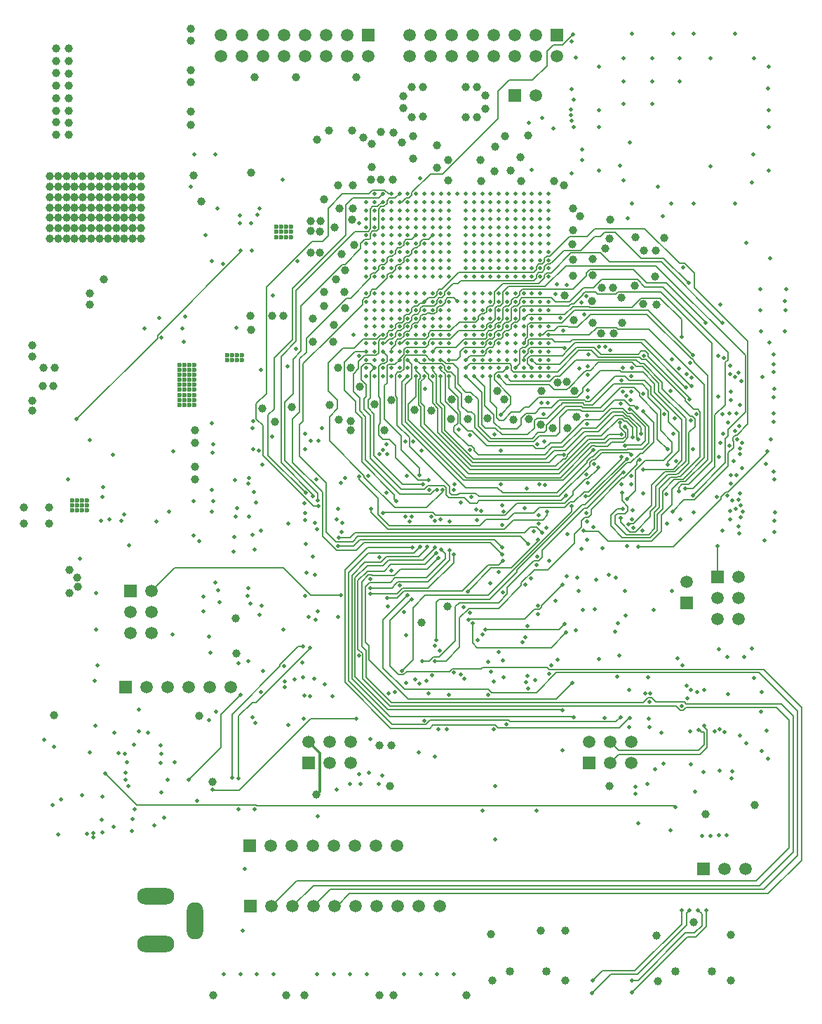
<source format=gbr>
G04 #@! TF.GenerationSoftware,KiCad,Pcbnew,5.0.0-rc2-dev-unknown-9f5316e~63~ubuntu17.10.1*
G04 #@! TF.CreationDate,2018-04-23T17:13:08+02:00*
G04 #@! TF.ProjectId,Cryptech Alpha,437279707465636820416C7068612E6B,rev?*
G04 #@! TF.SameCoordinates,Original*
G04 #@! TF.FileFunction,Copper,L6,Inr,Mixed*
G04 #@! TF.FilePolarity,Positive*
%FSLAX46Y46*%
G04 Gerber Fmt 4.6, Leading zero omitted, Abs format (unit mm)*
G04 Created by KiCad (PCBNEW 5.0.0-rc2-dev-unknown-9f5316e~63~ubuntu17.10.1) date Mon Apr 23 17:13:08 2018*
%MOMM*%
%LPD*%
G01*
G04 APERTURE LIST*
%ADD10C,1.500000*%
%ADD11R,1.500000X1.500000*%
%ADD12C,1.016000*%
%ADD13O,2.000000X4.500000*%
%ADD14O,4.500000X2.000000*%
%ADD15C,0.500000*%
%ADD16C,1.000000*%
%ADD17C,0.600000*%
%ADD18C,0.150000*%
%ADD19C,0.164000*%
%ADD20C,0.300000*%
%ADD21C,0.200000*%
G04 APERTURE END LIST*
D10*
X36580000Y-6000000D03*
X54360000Y-6000000D03*
X51820000Y-6000000D03*
X49280000Y-6000000D03*
X46740000Y-6000000D03*
X44200000Y-6000000D03*
X41660000Y-6000000D03*
X39120000Y-6000000D03*
X34040000Y-6000000D03*
D11*
X31500000Y-6000000D03*
X84160740Y30530000D03*
D10*
X84160740Y33070000D03*
D12*
X67209800Y-13884000D03*
X62800000Y-13884000D03*
X82800000Y-13884000D03*
X87209800Y-13884000D03*
D10*
X29133790Y20421600D03*
X26593790Y20421600D03*
X24053790Y20421600D03*
X21513790Y20421600D03*
X18973790Y20421600D03*
D11*
X16433790Y20421600D03*
X38506390Y11252200D03*
D10*
X38506390Y13792200D03*
X41046390Y11252200D03*
X41046390Y13792200D03*
X43586390Y11252200D03*
X43586390Y13792200D03*
X77444590Y13792200D03*
X77444590Y11252200D03*
X74904590Y13792200D03*
X74904590Y11252200D03*
X72364590Y13792200D03*
D11*
X72364590Y11252200D03*
D13*
X24800000Y-7800000D03*
D14*
X20000000Y-10600000D03*
X20000000Y-4800000D03*
D10*
X65916800Y91744800D03*
D11*
X63376800Y91744800D03*
X87847000Y33705800D03*
D10*
X90387000Y33705800D03*
X87847000Y31165800D03*
X90387000Y31165800D03*
X87847000Y28625800D03*
X90387000Y28625800D03*
X91219330Y-1500000D03*
X88679330Y-1500000D03*
D11*
X86139330Y-1500000D03*
X16980000Y32015000D03*
D10*
X19520000Y32015000D03*
X16980000Y29475000D03*
X19520000Y29475000D03*
X16980000Y26935000D03*
X19520000Y26935000D03*
X49190000Y1300000D03*
D11*
X31410000Y1300000D03*
D10*
X33950000Y1300000D03*
X36490000Y1300000D03*
X39030000Y1300000D03*
X41570000Y1300000D03*
X44110000Y1300000D03*
X46650000Y1300000D03*
X50692990Y96494600D03*
X50692990Y99034600D03*
X53232990Y96494600D03*
X53232990Y99034600D03*
X55772990Y96494600D03*
X55772990Y99034600D03*
X58312990Y96494600D03*
X58312990Y99034600D03*
X60852990Y96494600D03*
X60852990Y99034600D03*
X63392990Y96494600D03*
X63392990Y99034600D03*
X65932990Y96494600D03*
X65932990Y99034600D03*
X68472990Y96494600D03*
D11*
X68472990Y99034600D03*
X45689190Y99034600D03*
D10*
X45689190Y96494600D03*
X43149190Y99034600D03*
X43149190Y96494600D03*
X40609190Y99034600D03*
X40609190Y96494600D03*
X38069190Y99034600D03*
X38069190Y96494600D03*
X35529190Y99034600D03*
X35529190Y96494600D03*
X32989190Y99034600D03*
X32989190Y96494600D03*
X30449190Y99034600D03*
X30449190Y96494600D03*
X27909190Y99034600D03*
X27909190Y96494600D03*
D15*
X84500000Y-6500000D03*
X72725000Y-16500000D03*
X83500000Y-6500000D03*
X72750000Y-15000000D03*
X85500000Y-6500000D03*
X77496220Y-14963590D03*
X86500000Y-6500000D03*
X77496220Y-16469460D03*
X66000000Y5500000D03*
D16*
X60660000Y-14963590D03*
X80500000Y-9536420D03*
X89500000Y-15000000D03*
X89487400Y-9500000D03*
X80660000Y-15067780D03*
X69488400Y-15000000D03*
X69488400Y-9000000D03*
X60500000Y-9413610D03*
X85000000Y-8000000D03*
X66500000Y-9000000D03*
X35750000Y-16750000D03*
X57500000Y-16800000D03*
X48750000Y-16750000D03*
X47000000Y-16750000D03*
X37982000Y-16750000D03*
X27000000Y-16800000D03*
D15*
X30530800Y-9000000D03*
X30750000Y-1500000D03*
X8250000Y2654120D03*
X11772170Y2692730D03*
D16*
X43593770Y52492120D03*
D15*
X84554130Y15100740D03*
X87550000Y15025000D03*
X88679330Y15000730D03*
X89125000Y19525000D03*
X12100590Y12500610D03*
X16700000Y8425000D03*
X13550000Y4400000D03*
X11125000Y7400000D03*
X88993380Y2527420D03*
X87997700Y2527420D03*
X86998520Y2477410D03*
X86000000Y2477410D03*
X53950000Y44200000D03*
X54627670Y44227160D03*
X58700000Y41823870D03*
X58827870Y40551980D03*
X47427310Y41402020D03*
X95952200Y63352200D03*
X96152200Y68401800D03*
X95952200Y67001800D03*
X96052200Y65834400D03*
X15550000Y12450000D03*
X17425000Y13425000D03*
X16275000Y12325000D03*
X13600000Y7175000D03*
X17512500Y5687500D03*
X45500000Y-14250000D03*
X41500000Y-14250000D03*
X39500000Y-14250000D03*
X43500000Y-14250000D03*
X34250000Y-14250000D03*
X30255000Y-14250000D03*
X28250000Y-14250000D03*
X32250000Y-14250000D03*
X52000000Y-14250000D03*
X56000000Y-14250000D03*
X54000000Y-14250000D03*
X50000000Y-14250000D03*
D16*
X8000000Y88514570D03*
X9500000Y88494600D03*
X9500000Y87000000D03*
X8000000Y87019970D03*
X8000000Y91439570D03*
X9500000Y91419600D03*
X9500000Y89925000D03*
X8000000Y89944970D03*
X8000000Y94439570D03*
X9500000Y94419600D03*
X9500000Y92925000D03*
X8000000Y92944970D03*
X8000000Y95944970D03*
X9500000Y95925000D03*
X9500000Y97419600D03*
X8000000Y97439570D03*
D15*
X85575000Y15200000D03*
X86229210Y15700770D03*
X50446300Y77889100D03*
X48440000Y69888100D03*
X47449000Y69888100D03*
X46433100Y69888100D03*
X58453420Y69892820D03*
X54434100Y69888100D03*
X54434100Y67889500D03*
X54434100Y66889500D03*
X54434100Y70904100D03*
X53443500Y69888100D03*
X59453420Y67884780D03*
X53443500Y66889500D03*
X53443500Y70904100D03*
X52452900Y69888100D03*
X53443500Y71894700D03*
X53443500Y65889500D03*
X54434100Y72885300D03*
X52452900Y71894700D03*
X53443500Y72885300D03*
X52452900Y65889500D03*
X53443500Y64889500D03*
X51436900Y69888100D03*
X51436900Y67889500D03*
X51436900Y70904100D03*
X54434100Y73901300D03*
X52452900Y72885300D03*
X53443500Y63889500D03*
X51436900Y65889500D03*
X50446300Y67889500D03*
X62453420Y69892820D03*
X62453420Y67884780D03*
X52452900Y63889500D03*
X50446300Y66889500D03*
X58448700Y74891900D03*
X50446300Y70904100D03*
X54434100Y74891900D03*
X52452900Y73901300D03*
X62448700Y70904100D03*
X51436900Y64889500D03*
X50446300Y71894700D03*
X50446300Y65889500D03*
X59448700Y74891900D03*
X62448700Y71894700D03*
X62453420Y65884780D03*
X51436900Y63889500D03*
X51436900Y73901300D03*
X49455700Y67889500D03*
X50446300Y72885300D03*
X52452900Y62889500D03*
X50446300Y64889500D03*
X60448700Y74891900D03*
X63453420Y69892820D03*
X62453420Y64884770D03*
X58448700Y75882500D03*
X49455700Y70904100D03*
X58453420Y61884780D03*
X63453420Y66884780D03*
X54434100Y61889500D03*
X53443500Y61889500D03*
X63448700Y71894700D03*
X63453420Y65884780D03*
X61448700Y74891900D03*
X61453430Y62884780D03*
X62453420Y63884770D03*
X50446300Y73901300D03*
X51436900Y62889500D03*
X49455700Y72885300D03*
X49455700Y64889500D03*
X60448700Y75882500D03*
X52452900Y61889500D03*
X63448700Y72885300D03*
X64453420Y69892820D03*
X57448700Y76898500D03*
X64453420Y66884780D03*
X64448700Y70904100D03*
X48439700Y66889500D03*
X58448700Y76898500D03*
X48439700Y70904100D03*
X50446300Y62889500D03*
X62448700Y74891900D03*
X62453420Y62884780D03*
X49455700Y63889500D03*
X49455700Y73901300D03*
X51436900Y75882500D03*
X64448700Y71894700D03*
X59453420Y60884780D03*
X64453420Y65884780D03*
X63453420Y63884770D03*
X48439700Y71894700D03*
X48439700Y65889500D03*
X59448700Y76898500D03*
X52452900Y60889500D03*
X64448700Y72885300D03*
X48439700Y72885300D03*
X48439700Y64889500D03*
X49455700Y74891900D03*
X49455700Y62889500D03*
X62448700Y75882500D03*
X57448700Y77889100D03*
X65453430Y69892820D03*
X65453430Y67884780D03*
X47449100Y66889500D03*
X65453430Y66884780D03*
X65448700Y70904100D03*
X61453430Y60884780D03*
X64453420Y63884770D03*
X61448700Y76898500D03*
X64448700Y73901300D03*
X47449100Y71894700D03*
X47449100Y65889500D03*
X59448700Y77889100D03*
X59453420Y59884770D03*
X49455700Y75882500D03*
X47449100Y72885300D03*
X60448700Y77889100D03*
X65448700Y72885300D03*
X60453420Y59884770D03*
X65453430Y64884770D03*
X64448700Y74891900D03*
X62453420Y60884780D03*
X48439700Y74891900D03*
X62448700Y76898500D03*
X66453420Y67884780D03*
X46433100Y67889500D03*
X57448700Y78905100D03*
X47449100Y63889500D03*
X61448700Y77889100D03*
X47449100Y73901300D03*
X58453420Y58884780D03*
X66453420Y66884780D03*
X66448700Y70904100D03*
X65453430Y63884770D03*
X65448700Y73901300D03*
X58448700Y78905100D03*
X46433100Y70904100D03*
X66448700Y71894700D03*
X66453420Y65884780D03*
X46433100Y71894700D03*
X59448700Y78905100D03*
X48439700Y75882500D03*
X63453420Y60884780D03*
X63448700Y76898500D03*
X47449100Y74891900D03*
X66448700Y72885300D03*
X65448700Y74891900D03*
X66453420Y64884770D03*
X60448700Y78905100D03*
X67453420Y69892820D03*
X45442500Y67889500D03*
X66448700Y73901300D03*
X46433100Y63889500D03*
X61448700Y78905100D03*
X46433100Y73901300D03*
X58448700Y79895700D03*
X45442500Y70904100D03*
X67448700Y70904100D03*
X64453420Y60884780D03*
X65448700Y75882500D03*
X63448700Y77889100D03*
X45442500Y71894700D03*
X67448700Y71894700D03*
X67453420Y65884780D03*
X46433100Y74891900D03*
X50446300Y78905100D03*
X46433100Y62889500D03*
X62448700Y78905100D03*
X45442500Y72885300D03*
X60448700Y79895700D03*
X64448700Y77889100D03*
X47449100Y76898500D03*
X48439700Y77889100D03*
X45442500Y73901300D03*
X67448700Y73901300D03*
X66448700Y75882500D03*
X46433100Y75882500D03*
X63448700Y78905100D03*
X67448700Y74891900D03*
X62448700Y79895700D03*
X66448700Y76898500D03*
X46433100Y60889500D03*
X64448700Y78905100D03*
X46433100Y76898500D03*
X45442500Y75882500D03*
X67448700Y75882500D03*
X45442500Y61889500D03*
X66448700Y77889100D03*
X66453420Y59884770D03*
X64448700Y79895700D03*
X45442500Y76898500D03*
X67448700Y76898500D03*
X66448700Y78905100D03*
X45442500Y78905100D03*
X67448700Y78905100D03*
X67448700Y79895700D03*
X51475000Y76875000D03*
X52450000Y76875000D03*
X63453420Y62884780D03*
X75850000Y28075000D03*
X47025000Y36050000D03*
X37750000Y23375000D03*
X24585000Y42815000D03*
X76675000Y31975000D03*
X56100000Y44900000D03*
D16*
X52125000Y28150000D03*
D15*
X65350000Y33525000D03*
X71425000Y37075000D03*
X70500000Y91250000D03*
X92207800Y84632800D03*
X79450000Y21550000D03*
X69113400Y12736600D03*
X51436900Y77889100D03*
D16*
X46125000Y85949990D03*
X40950000Y87500000D03*
X47175000Y87350000D03*
X48700000Y87325000D03*
D15*
X55450100Y75882500D03*
X57448700Y75882500D03*
X72202200Y58097800D03*
X52550000Y56400000D03*
D16*
X55225000Y30175000D03*
D15*
X57453420Y67884780D03*
X58453420Y67884780D03*
X57448700Y70904100D03*
X58453420Y66884780D03*
X55450100Y71894700D03*
X59453420Y69892820D03*
X57453420Y65884780D03*
X58448700Y71894700D03*
X59453420Y66884780D03*
X54434100Y65889500D03*
X59448700Y70904100D03*
X52452900Y67889500D03*
X57448700Y72885300D03*
X55445380Y64884770D03*
X60453420Y69892820D03*
X59453420Y65884780D03*
X52452900Y70904100D03*
X58453420Y64884770D03*
X60453420Y66884780D03*
X59448700Y72885300D03*
X60448700Y71894700D03*
X57453420Y63884770D03*
X61453430Y67884780D03*
X55450100Y73901300D03*
X61448700Y70904100D03*
X51436900Y66889500D03*
X58448700Y73901300D03*
X60453420Y64884770D03*
X59453420Y63884770D03*
X61453430Y65884780D03*
X53443500Y73901300D03*
X59448700Y73901300D03*
X57448700Y74891900D03*
X61448700Y72885300D03*
X62453420Y66884780D03*
X60448700Y73901300D03*
X53443500Y62889500D03*
X61453430Y63884770D03*
X61448700Y73901300D03*
X49455700Y69888100D03*
X57453420Y61884780D03*
X63453420Y67884780D03*
X49455700Y66889500D03*
X63448700Y70904100D03*
X49455700Y71894700D03*
X59448700Y75882500D03*
X59453420Y61884780D03*
X50446300Y63889500D03*
X62448700Y73901300D03*
X60453420Y61884780D03*
X55450100Y76898500D03*
X48439700Y67889500D03*
X54434100Y76898500D03*
X50446300Y74891900D03*
X61448700Y75882500D03*
X61453430Y61884780D03*
X63448700Y73901300D03*
X60453420Y60884780D03*
X60448700Y76898500D03*
X55450100Y77889100D03*
X50446300Y61889500D03*
X63448700Y74891900D03*
X58448700Y77889100D03*
X65453430Y65884780D03*
X63448700Y75882500D03*
X47449100Y64889500D03*
X52452900Y59889500D03*
X64453420Y62884780D03*
X55445380Y58884780D03*
X66453420Y69892820D03*
X55450100Y78905100D03*
X49455700Y60889500D03*
X64448700Y75882500D03*
X48439700Y61889500D03*
X62448700Y77889100D03*
X46433100Y72885300D03*
X45442500Y69888100D03*
X57448700Y79895700D03*
X64448700Y76898500D03*
X48439700Y76898500D03*
X47449100Y75882500D03*
X63453420Y59884770D03*
X59453420Y57884780D03*
X59448700Y79895700D03*
X67448700Y72885300D03*
X48439700Y59889500D03*
X65448700Y76898500D03*
X61448700Y79895700D03*
X49455700Y58889500D03*
X46433100Y61889500D03*
X65448700Y77889100D03*
X48439700Y78905100D03*
X67453420Y61884780D03*
X63448700Y79895700D03*
X65448700Y78905100D03*
X66453420Y58884780D03*
X65448700Y79895700D03*
X45442500Y58889500D03*
X66448700Y79895700D03*
X46431200Y78909800D03*
X56413400Y79959200D03*
D16*
X7250000Y82000000D03*
X8250000Y82000000D03*
X9250000Y82000000D03*
X10250000Y82000000D03*
X11250000Y82000000D03*
X12250000Y82000000D03*
X13250000Y82000000D03*
X14250000Y82000000D03*
X15250000Y82000000D03*
X16250000Y82000000D03*
X17250000Y82000000D03*
X18250000Y82000000D03*
X18250000Y80750000D03*
X17250000Y80750000D03*
X16250000Y80750000D03*
X15250000Y80750000D03*
X14250000Y80750000D03*
X13250000Y80750000D03*
X12250000Y80750000D03*
X11250000Y80750000D03*
X10250000Y80750000D03*
X9250000Y80750000D03*
X8250000Y80750000D03*
X7250000Y80750000D03*
X18250000Y79500000D03*
X17250000Y79500000D03*
X16250000Y79500000D03*
X15250000Y79500000D03*
X14250000Y79500000D03*
X13250000Y79500000D03*
X12250000Y79500000D03*
X11250000Y79500000D03*
X10250000Y79500000D03*
X9250000Y79500000D03*
X8250000Y79500000D03*
X7250000Y79500000D03*
X18250000Y78250000D03*
X17250000Y78250000D03*
X16250000Y78250000D03*
X15250000Y78250000D03*
X14250000Y78250000D03*
X13250000Y78250000D03*
X12250000Y78250000D03*
X11250000Y78250000D03*
X10250000Y78250000D03*
X9250000Y78250000D03*
X8250000Y78250000D03*
X7250000Y78250000D03*
X18250000Y77000000D03*
X17250000Y77000000D03*
X16250000Y77000000D03*
X15250000Y77000000D03*
X14250000Y77000000D03*
X13250000Y77000000D03*
X12250000Y77000000D03*
X11250000Y77000000D03*
X10250000Y77000000D03*
X9250000Y77000000D03*
X8250000Y77000000D03*
X7250000Y77000000D03*
X18250000Y75750000D03*
X17250000Y75750000D03*
X16250000Y75750000D03*
X15250000Y75750000D03*
X14250000Y75750000D03*
X13250000Y75750000D03*
X12250000Y75750000D03*
X11250000Y75750000D03*
X10250000Y75750000D03*
X9250000Y75750000D03*
X8250000Y75750000D03*
X7250000Y75750000D03*
X18250000Y74500000D03*
X17250000Y74500000D03*
X16250000Y74500000D03*
X15250000Y74500000D03*
X14250000Y74500000D03*
X13250000Y74500000D03*
X12250000Y74500000D03*
X11250000Y74500000D03*
X10250000Y74500000D03*
X9250000Y74500000D03*
X8250000Y74500000D03*
X7250000Y74500000D03*
X39025000Y62075000D03*
X41475000Y62025000D03*
X41050000Y54450000D03*
X51300000Y53800000D03*
X55700000Y52700000D03*
X55775000Y55075000D03*
X67950000Y51650000D03*
X69750040Y51650000D03*
X70500000Y64675000D03*
X72750000Y64300000D03*
X76325000Y64300000D03*
X73825000Y63050000D03*
X75325000Y63050000D03*
X70375000Y71950000D03*
X72750000Y72025000D03*
X80400000Y73050000D03*
X78975000Y73025000D03*
X77925000Y74700000D03*
X81450000Y74625000D03*
X70350000Y73825000D03*
X74825000Y74525000D03*
X69275000Y80925000D03*
X68125000Y81450000D03*
X62875000Y82675000D03*
X55350000Y81525000D03*
X55325000Y84000000D03*
X62200000Y86850000D03*
X61000000Y85575000D03*
X54025000Y85750000D03*
X54025000Y83050000D03*
X49725000Y86075000D03*
X52300000Y89200000D03*
X50925000Y89175000D03*
X50925000Y92800000D03*
X52300000Y92775000D03*
X49925000Y91725000D03*
X49950000Y90275000D03*
X39525000Y86450000D03*
X42075010Y80975000D03*
X42200000Y78175000D03*
X42450000Y72675000D03*
X42875000Y66100000D03*
X40350000Y66375000D03*
X38775000Y76600000D03*
X39900000Y76600000D03*
X40375000Y79200000D03*
X38775000Y72825000D03*
X39825000Y72800000D03*
X38750000Y75425000D03*
X39875000Y75375000D03*
X24275000Y99850000D03*
X24275000Y98350000D03*
X24275000Y94850000D03*
X24275000Y93350000D03*
X24275000Y89850000D03*
X24275000Y88250000D03*
X5150000Y53724980D03*
X5100000Y54900000D03*
X6400000Y56700000D03*
X7700000Y56700000D03*
X7800000Y58900000D03*
X6500000Y58900000D03*
X5100000Y61600000D03*
X5100000Y60300000D03*
X12100000Y67900000D03*
X12100000Y66500000D03*
X13800000Y69600000D03*
X32900000Y54000000D03*
X36500000Y54200000D03*
X24800000Y51400000D03*
X24800000Y49900000D03*
X24800000Y47000000D03*
X24800000Y45500000D03*
X7200000Y40150000D03*
X7200000Y42100000D03*
X4150000Y40150000D03*
X4100000Y42100000D03*
X29750000Y24450000D03*
X92300000Y6200000D03*
X86425000Y5075000D03*
X74850000Y8475000D03*
X48275000Y8500000D03*
X26850000Y8975000D03*
X7750000Y17050000D03*
X25275000Y16900000D03*
X43549990Y51350000D03*
X74300000Y73300000D03*
D15*
X94100000Y62000000D03*
X93300000Y57800000D03*
X94600000Y58400000D03*
X94600000Y55400000D03*
X94600000Y52400000D03*
X94676800Y45423200D03*
X94795600Y41495600D03*
X93500000Y38100000D03*
X79000000Y60400000D03*
X77505400Y58894600D03*
X77424400Y56024400D03*
X73556800Y61456800D03*
X72128800Y52128800D03*
X60934600Y50865400D03*
X56588800Y51511200D03*
X50147600Y50052400D03*
X39717600Y50082400D03*
X31235800Y44935800D03*
X29821800Y41978200D03*
X29550000Y38550000D03*
X29417600Y36717600D03*
X27207800Y33007800D03*
X27550000Y32050000D03*
X31123000Y31377000D03*
X32700000Y39300000D03*
X39200000Y21400000D03*
X37800000Y21600000D03*
X40470200Y20729800D03*
D16*
X48450000Y13350000D03*
D15*
X55186200Y15313800D03*
X62400000Y15951200D03*
X67529000Y21971000D03*
X68584000Y23684000D03*
X67792600Y23007400D03*
X66156600Y30243400D03*
X66038400Y35161600D03*
X66285400Y41114600D03*
X65042800Y88442800D03*
X87923600Y60326400D03*
X89416000Y59166000D03*
X89454200Y56045800D03*
X88423600Y53326400D03*
X89487400Y45987400D03*
X89398000Y40648000D03*
X88439200Y39310800D03*
X48439700Y57889500D03*
D16*
X63200000Y52650000D03*
X60100000Y52800000D03*
D15*
X72150000Y55375000D03*
X58000000Y50825000D03*
X81450000Y53375000D03*
X72007600Y41392400D03*
X87800000Y43324000D03*
X43900000Y62875000D03*
X77453780Y45852240D03*
D16*
X66478240Y52027540D03*
X65053170Y52702570D03*
D15*
X72157800Y45042200D03*
X72117400Y38182600D03*
X78810800Y39310800D03*
X84599400Y11125600D03*
X81300000Y11150000D03*
X86131400Y10168600D03*
X89525000Y9425000D03*
X88100000Y10300000D03*
X89600000Y10275000D03*
X93163400Y19813400D03*
X88032000Y24968000D03*
X89032000Y24032000D03*
X83635400Y23039600D03*
X79655400Y18619600D03*
X83546400Y18103600D03*
X79600000Y15597000D03*
X81050000Y14900000D03*
X74225000Y16700000D03*
X12875000Y27375000D03*
X13000000Y23050000D03*
X12625000Y21175000D03*
X26600000Y24550000D03*
X51816000Y12559000D03*
X36000000Y15825000D03*
X19889200Y3689200D03*
X20750000Y7697600D03*
X21500000Y9225000D03*
X20625000Y11228200D03*
X22325000Y11375000D03*
X20686390Y12336400D03*
X8564000Y6886000D03*
X13575000Y2850000D03*
X53725000Y11975000D03*
X17225000Y4500000D03*
X17170000Y3000000D03*
X12717200Y15782800D03*
X73500000Y95250000D03*
X73500000Y90000000D03*
X73500000Y88000000D03*
X73500000Y82750000D03*
X77500000Y78750000D03*
X82250000Y78750000D03*
X85000000Y78750000D03*
X90000000Y78750000D03*
X94000000Y82750000D03*
X93954600Y92647600D03*
X90000000Y99250000D03*
X85000000Y99250000D03*
X82500000Y99250000D03*
X77500000Y99250000D03*
X76500000Y96250000D03*
X80000000Y96250000D03*
X83250000Y96250000D03*
X76500000Y93500000D03*
X80000000Y93500000D03*
X83250000Y93500000D03*
X76500000Y90750000D03*
X80000000Y90750000D03*
X76500000Y81500000D03*
X87000000Y83250000D03*
X92000000Y81250000D03*
X92250000Y96250000D03*
X94000000Y95250000D03*
X94000000Y90000000D03*
X94000000Y88000000D03*
X87000000Y96250000D03*
X70250000Y92500000D03*
X70250000Y98250000D03*
X70750000Y96338800D03*
X71500000Y85250000D03*
X71500000Y84000000D03*
X27200000Y84700000D03*
X27500000Y78100000D03*
X26831200Y71831200D03*
X28194000Y71431000D03*
X26050000Y74900000D03*
D16*
X25525000Y79000000D03*
X31525000Y82500000D03*
X32000000Y94000000D03*
X37000000Y94000000D03*
X44250000Y94000000D03*
D15*
X35375000Y81625000D03*
X30169400Y76344400D03*
X31580600Y76344400D03*
X30200000Y77300000D03*
X23225000Y63625000D03*
X23617800Y65082200D03*
X14833600Y48408600D03*
X14475000Y40625000D03*
X16217800Y41232200D03*
X32350000Y77375000D03*
X51970900Y81785740D03*
X53467000Y79925800D03*
X52451000Y74887200D03*
X51460400Y71890000D03*
X45448600Y66878200D03*
X68875000Y64900000D03*
X22150000Y48850000D03*
X21680000Y41545000D03*
X20125000Y40400000D03*
X40125000Y51675000D03*
X31823000Y49123000D03*
X50000000Y29475000D03*
X53275000Y40975000D03*
X76725000Y29075000D03*
X94239400Y72110600D03*
X91325000Y74000000D03*
D16*
X48450000Y55000000D03*
D15*
X44602400Y76352400D03*
D16*
X42875000Y70675000D03*
D15*
X68300000Y67775000D03*
D16*
X35400000Y65200000D03*
X31500000Y65200000D03*
X34100000Y65200000D03*
X31550000Y63475000D03*
X70800000Y53025000D03*
D15*
X35925000Y59100000D03*
D16*
X34425000Y52400000D03*
X42100000Y52675000D03*
D15*
X32600000Y29100000D03*
X44550000Y24225000D03*
X80125000Y29750000D03*
X82346800Y32003200D03*
X68264800Y30810200D03*
X71100000Y31975000D03*
X71625000Y29750000D03*
X73050000Y29800000D03*
D16*
X43725000Y76800000D03*
D15*
X70225000Y88750000D03*
X70144800Y89419800D03*
X70125000Y90075000D03*
X70225000Y82350000D03*
X15900780Y40426970D03*
D16*
X24617800Y82092800D03*
D15*
X67550000Y35675000D03*
X77503780Y40626980D03*
X78850000Y43750000D03*
X37875000Y16575000D03*
X42375000Y45025000D03*
X10850000Y35875000D03*
X16579200Y11375000D03*
X80350000Y10525000D03*
X85104150Y7750380D03*
X21076030Y4675230D03*
X25051220Y6675330D03*
X88135400Y15286200D03*
X84135120Y20567680D03*
D17*
X11745800Y41747200D03*
X11745800Y42347200D03*
X11745800Y42947200D03*
X11145800Y42947200D03*
X11145800Y42347200D03*
X11145800Y41747200D03*
X9945800Y41747200D03*
X9945800Y42347200D03*
X9945800Y42947200D03*
X10545800Y42947190D03*
X10545800Y42347190D03*
X10545800Y41747200D03*
X35758400Y75905600D03*
X35758400Y75305610D03*
X35758400Y74705610D03*
X36358400Y74705600D03*
X36358400Y75305600D03*
X36358400Y75905600D03*
X35158400Y75905600D03*
X35158400Y75305600D03*
X35158400Y74705600D03*
X34558400Y74705600D03*
X34558400Y75305600D03*
X34558400Y75905600D03*
X23509200Y54455200D03*
X23509200Y55055200D03*
X23509200Y55655200D03*
X22909200Y55655200D03*
X22909200Y55055200D03*
X22909200Y54455200D03*
X24109200Y54455210D03*
X24109200Y55055200D03*
X24109200Y55655200D03*
X24709200Y55655200D03*
X24709200Y55055200D03*
X24709200Y54455200D03*
X23509200Y56255200D03*
X23509200Y56855200D03*
X23509200Y57455200D03*
X22909200Y57455200D03*
X22909200Y56855200D03*
X22909200Y56255200D03*
X24109200Y56255210D03*
X24109200Y56855200D03*
X24109200Y57455200D03*
X24709200Y57455200D03*
X24709200Y56855200D03*
X24709200Y56255200D03*
X29234200Y59830200D03*
X29234200Y60430200D03*
X28634200Y60430200D03*
X28634200Y59830200D03*
X29834200Y59830200D03*
X29834200Y60430200D03*
X30434200Y60430200D03*
X30434200Y59830200D03*
X24709200Y58055210D03*
X24709200Y58655200D03*
X24709200Y59255200D03*
X24109200Y59255200D03*
X24109200Y58655200D03*
X24109200Y58055210D03*
X22909200Y58055210D03*
X22909200Y58655200D03*
X22909200Y59255200D03*
X23509200Y59255200D03*
X23509200Y58655200D03*
X23509200Y58055200D03*
D15*
X61000000Y8475000D03*
X61000000Y2000000D03*
X59500000Y5500000D03*
X48500000Y34425000D03*
X55550000Y40375000D03*
X45925000Y33475000D03*
X37982000Y42621260D03*
X66313640Y44843000D03*
X46000000Y41875000D03*
X67250000Y41600000D03*
X48002340Y31126520D03*
X64800000Y44350000D03*
X61975000Y35600000D03*
X61725000Y44875000D03*
X42025000Y37425000D03*
X61850000Y37250000D03*
X45975000Y14125000D03*
X41900000Y8075000D03*
X47352310Y9725470D03*
X46925000Y8700000D03*
X45800000Y10100000D03*
X44727180Y8725430D03*
X43450000Y8750000D03*
X44625000Y9925000D03*
X53925000Y36600000D03*
X54125000Y35950000D03*
X50427460Y31451530D03*
X50925000Y31000000D03*
X52675000Y21200000D03*
X56050000Y22150000D03*
X56825000Y21925000D03*
X57300000Y21400000D03*
X58175000Y43325000D03*
X56875000Y42700000D03*
X54402650Y40626980D03*
X53752660Y40497330D03*
X47449100Y78905100D03*
X50975000Y41000000D03*
X39025000Y43400000D03*
X47449100Y79895700D03*
X38126860Y43852140D03*
X47902340Y43877140D03*
X49455700Y79895700D03*
X39575000Y42900000D03*
X50152450Y41002000D03*
X48439700Y79895700D03*
X50650000Y40400000D03*
X39650000Y42225000D03*
X24000000Y9200000D03*
X30276480Y19475950D03*
X38650000Y25150000D03*
X45925000Y31650000D03*
X30026470Y9425460D03*
X56000000Y36425000D03*
X37800000Y25325000D03*
X45900000Y32375000D03*
X29238280Y9450000D03*
X55500000Y36950000D03*
X55452710Y19425950D03*
X44250000Y16550000D03*
X57975000Y29350000D03*
X26876310Y8025390D03*
X69175000Y32800000D03*
X57777820Y28551390D03*
X76125000Y16750000D03*
X51925000Y37300000D03*
X41400000Y19300000D03*
X48439700Y60889500D03*
X76050000Y83275000D03*
X56450000Y66925000D03*
X50446300Y59889500D03*
X90000000Y51300000D03*
X35400000Y27300000D03*
X72900000Y49000000D03*
X51436900Y57889500D03*
X90500000Y51900000D03*
X76700000Y51800000D03*
X39300000Y28500000D03*
X51436900Y58889500D03*
X76100000Y52300000D03*
X38500000Y28900000D03*
X89150000Y52350000D03*
X84625000Y52575000D03*
X51436900Y59889500D03*
X78103810Y54077640D03*
X32800000Y30200000D03*
X50446300Y57889500D03*
X38100000Y31400000D03*
X82654030Y52852580D03*
X77228770Y53902630D03*
X54434100Y58889500D03*
X39600000Y29500000D03*
X88504320Y50952490D03*
X78603840Y50952490D03*
X78290380Y50290380D03*
X90200000Y50300000D03*
X54434100Y57889500D03*
X45700000Y45900000D03*
X47900000Y49700000D03*
X52452900Y58889500D03*
X77600000Y50500000D03*
X88225000Y49875000D03*
X47000000Y48500000D03*
X52452900Y57889500D03*
X89300000Y49500000D03*
X76253790Y50864570D03*
X47499900Y48999900D03*
X54434100Y59889500D03*
X84925000Y49125000D03*
X81825000Y49075000D03*
X48000000Y48500000D03*
X53443500Y58889500D03*
X82554030Y50952490D03*
X69275000Y48425000D03*
X90600000Y49200000D03*
X53443500Y59889500D03*
X42925000Y45600000D03*
X77425000Y48400000D03*
X58453420Y57884780D03*
X89800000Y47700000D03*
X81850000Y47225000D03*
X61450000Y34300000D03*
X66453420Y61884780D03*
X64625000Y32800000D03*
X76700000Y49500000D03*
X55445380Y57884780D03*
X90799820Y49899900D03*
X60450000Y32950000D03*
X60453420Y57884780D03*
X94300000Y50300000D03*
X78903850Y46677280D03*
X61975000Y31828260D03*
X59453420Y58884780D03*
X61900000Y42300000D03*
X60453420Y58884780D03*
X62000000Y41600000D03*
X61453430Y59884770D03*
X64553150Y42025000D03*
X46433100Y57889500D03*
X35600000Y20400000D03*
X45442500Y57889500D03*
X35600000Y21100000D03*
X36800000Y21300000D03*
X47449100Y57889500D03*
X46433100Y59889500D03*
X35500000Y22900000D03*
X45442500Y59889500D03*
X32700000Y19800000D03*
X48900000Y19800000D03*
X49455700Y57889500D03*
X48439700Y58889500D03*
X48100000Y19650000D03*
X57453420Y60884780D03*
X59350000Y41625000D03*
X61453430Y57884780D03*
X61825000Y39975000D03*
X90425000Y39775000D03*
X77100000Y40075000D03*
X62375000Y57875000D03*
X76150000Y40800000D03*
X65675000Y39200000D03*
X90625000Y40875000D03*
X90879430Y41527030D03*
X67453420Y62884780D03*
X76400000Y41900000D03*
X59475000Y26725000D03*
X66453420Y62884780D03*
X90675000Y42300000D03*
X71675000Y39275000D03*
X58900000Y26050000D03*
X57453420Y57884780D03*
X90425000Y43000000D03*
X76953760Y43102100D03*
X55975000Y44200000D03*
X57440220Y58884780D03*
X53025000Y44200000D03*
X90525000Y43725000D03*
X76325000Y43875000D03*
X57453420Y59884770D03*
X50377460Y45877240D03*
X83175000Y44050000D03*
X55445380Y59884770D03*
X52150000Y48900000D03*
X83950000Y44325000D03*
X49455700Y59889500D03*
X51875000Y45950000D03*
X84850000Y43475000D03*
X46433100Y58889500D03*
X52300000Y44900000D03*
X89054350Y43475000D03*
X69525000Y43475000D03*
X47449100Y60889500D03*
X52975000Y45400000D03*
X81711360Y43656990D03*
X89600000Y42900000D03*
X52452900Y66889500D03*
X90025000Y41925000D03*
X82400000Y41600000D03*
X47449100Y62889500D03*
X76250000Y44850000D03*
X83375000Y40650000D03*
X67453420Y58884780D03*
X85000000Y41450000D03*
X67025000Y44750000D03*
X67453420Y57884780D03*
X81750000Y40100000D03*
X66453420Y57884780D03*
X90500000Y38900000D03*
X77725000Y39625000D03*
X76900000Y37425000D03*
X65453430Y57884780D03*
X90575000Y54450000D03*
X76200000Y54575000D03*
X65453430Y59884770D03*
X84475000Y55075000D03*
X66900000Y50025000D03*
X65453430Y58884780D03*
X84075000Y56550000D03*
X66128230Y49652420D03*
X63453420Y58884780D03*
X84754140Y56752770D03*
X67353290Y54652670D03*
X90725000Y57325000D03*
X63449880Y57874880D03*
X76250000Y57425000D03*
X66875000Y53375000D03*
X76400000Y58925000D03*
X64900000Y21769670D03*
X90404410Y58327850D03*
X64453420Y59884770D03*
X69375000Y61325000D03*
X64775000Y20975000D03*
X84575000Y59500000D03*
X71175000Y58850000D03*
X64453420Y58884780D03*
X84879140Y60477950D03*
X64453420Y61884780D03*
X62003030Y21576050D03*
X82375000Y59900000D03*
X88600000Y60075000D03*
X74300000Y61425000D03*
X58453420Y60884780D03*
X61925000Y23600000D03*
X83225000Y58875000D03*
X60825000Y21075000D03*
X64453420Y64884770D03*
X83525000Y62675000D03*
X60500000Y22300000D03*
X84100000Y58200000D03*
X74875000Y61050000D03*
X55445380Y60884780D03*
X90000000Y57807000D03*
X60125000Y23425000D03*
X53443500Y60889500D03*
X84750000Y57725010D03*
X86400000Y64325000D03*
X47449100Y61889500D03*
X82175000Y56100000D03*
X84350000Y69125000D03*
X32068820Y16075000D03*
X49455700Y61889500D03*
X78900000Y55800000D03*
X88450000Y64375000D03*
X31728800Y16775000D03*
X31175000Y23525000D03*
X46433100Y64889500D03*
X76875000Y55525000D03*
X87900000Y55425000D03*
X76428730Y56027730D03*
X30050000Y23275000D03*
X46433100Y65889500D03*
X90100000Y53450000D03*
X93675000Y47300000D03*
X76471760Y46265120D03*
X52200000Y23550000D03*
X90137400Y45987410D03*
X78450000Y47850000D03*
X53725000Y23550000D03*
X85279160Y53302600D03*
X69700000Y38825000D03*
X53700000Y25400000D03*
X78875000Y53650000D03*
X89325000Y53450000D03*
X53900000Y26100000D03*
X63453420Y61884780D03*
X57200000Y30075000D03*
X50446300Y60889500D03*
X51436900Y60889500D03*
X62453420Y59884770D03*
X66575000Y54675000D03*
X57700000Y31950000D03*
X66175000Y38200000D03*
X62453420Y58884780D03*
X61653010Y53252600D03*
X64950000Y20225000D03*
X66725000Y39050000D03*
X72950000Y47350000D03*
X42150000Y38425000D03*
X64875000Y27800000D03*
X53350000Y21800000D03*
X88054300Y48177350D03*
X76900000Y47950000D03*
X71950000Y43425000D03*
X82825000Y47700000D03*
X67225000Y39650000D03*
X51377510Y21301040D03*
X93885400Y48810400D03*
X78300000Y37325000D03*
X54350000Y24800000D03*
X38975000Y36175000D03*
X38125000Y37650000D03*
X49750000Y22375000D03*
X70228430Y42252060D03*
X76228260Y48175000D03*
X90575000Y48525000D03*
X44625000Y45775000D03*
X73450000Y46875000D03*
X90775000Y46775000D03*
X48439700Y63889500D03*
X25800000Y31300000D03*
X25775000Y29575000D03*
X45442500Y64889500D03*
X45442500Y65889500D03*
X55441360Y69896840D03*
X57448700Y73901300D03*
X22100000Y26750000D03*
X78275000Y4000000D03*
X50250000Y20900000D03*
X26900000Y48675000D03*
X39400000Y45425000D03*
X49455700Y78905100D03*
X70450000Y99125000D03*
X50446300Y76898500D03*
X65400000Y82800000D03*
X53443500Y75882500D03*
X54434100Y75882500D03*
X55448200Y79959200D03*
X54457600Y79959200D03*
X54434100Y77889100D03*
X54434100Y78905100D03*
X52452900Y79895700D03*
X52452900Y78905100D03*
X51436900Y79895700D03*
X52452900Y77889100D03*
X51436900Y78905100D03*
X53443500Y76898500D03*
X49455700Y77889100D03*
X46433100Y79895700D03*
X47449100Y77889100D03*
X45442500Y77889100D03*
X65453430Y62884780D03*
X69225000Y63425000D03*
X67453420Y63884770D03*
X45442500Y60889500D03*
X49075000Y42875000D03*
X77950000Y8400000D03*
X47449100Y58889500D03*
X51900000Y20850000D03*
X77975000Y7550000D03*
X55445380Y62884780D03*
X71409770Y66809780D03*
X88175000Y66575000D03*
X53443500Y74891900D03*
X65024990Y37656640D03*
X51436900Y74891900D03*
X61850000Y36375000D03*
X50446300Y75882500D03*
X52950000Y19675000D03*
X53443500Y77889100D03*
X52450000Y16375000D03*
X55445380Y61884780D03*
X71775000Y65350000D03*
X54434100Y64889500D03*
X68475000Y68975000D03*
X54434100Y62889500D03*
X72050000Y67575000D03*
X54434100Y63889500D03*
X69675000Y68889000D03*
X57453420Y62884780D03*
X58453420Y62884780D03*
X59453420Y62884780D03*
X55445380Y66884780D03*
X32900000Y47275000D03*
X42025000Y41900000D03*
X38275000Y34225000D03*
X41850000Y40650000D03*
X39275000Y33925000D03*
X42500000Y39150000D03*
X36000000Y40100000D03*
X39525000Y39475000D03*
X42575000Y40175000D03*
X49475000Y32650000D03*
X26475000Y26525000D03*
X55450100Y70904100D03*
X58448700Y70904100D03*
X55445380Y65884780D03*
X55450100Y72885300D03*
X57453420Y64884770D03*
X55424700Y67889500D03*
D16*
X47250000Y81625000D03*
X48650000Y81625000D03*
X46075000Y83150000D03*
X44000000Y73725000D03*
X51100000Y84125000D03*
X51100000Y86825000D03*
X46025000Y81650000D03*
X57802820Y55102690D03*
D15*
X57453420Y69892820D03*
X57453420Y66884780D03*
X57448700Y71894700D03*
X58453420Y65884780D03*
X60453420Y67884780D03*
X59448700Y71894700D03*
X58448700Y72885300D03*
X60448700Y70904100D03*
X59453420Y64884770D03*
X60453420Y65884780D03*
X61453430Y69892820D03*
X58453420Y63884770D03*
X61453430Y66884780D03*
X60448700Y72885300D03*
X61448700Y71894700D03*
X60453420Y63884770D03*
X61453430Y64884770D03*
D16*
X41825000Y69600000D03*
X40350000Y68100000D03*
X42800000Y68100000D03*
X43600000Y58924980D03*
X44675000Y56600000D03*
X57750000Y52725000D03*
X61225000Y56125000D03*
X75250000Y68550000D03*
X73875000Y68550000D03*
X76275000Y67375000D03*
X69425000Y67675000D03*
X77900000Y68825000D03*
X78900000Y66600000D03*
X80500000Y66575000D03*
X80350000Y69900000D03*
X70375000Y69975000D03*
X60900000Y82650000D03*
X59300000Y81450000D03*
X59275000Y84025000D03*
X57475000Y92825000D03*
X58800000Y92825000D03*
X59825000Y91775000D03*
X59850000Y90200000D03*
X57425000Y89175000D03*
X58850000Y89150000D03*
X72725000Y66950000D03*
X42050000Y58924980D03*
X72753550Y70078420D03*
D15*
X15050000Y14900000D03*
X38050000Y41400000D03*
X24575000Y38700000D03*
X32476580Y48952390D03*
X85400000Y19775000D03*
X86225000Y20075000D03*
X84600000Y20050000D03*
X93108400Y17433400D03*
X64653150Y26376290D03*
X90600000Y14525000D03*
X93800000Y15125000D03*
X64279110Y25785200D03*
X92250000Y21500000D03*
X93218000Y12718000D03*
X93968000Y11782000D03*
X91968000Y25032000D03*
X91032000Y24032000D03*
X83006000Y23844000D03*
X79725000Y19619600D03*
X79578000Y16597000D03*
X30000000Y5675000D03*
X32000000Y5625000D03*
X79171560Y19622870D03*
X84229700Y19084940D03*
X77173070Y15605840D03*
X38100000Y40550000D03*
X25275000Y37975000D03*
X39225000Y40200000D03*
X18025000Y17650000D03*
X6571600Y14071600D03*
X7773400Y13176600D03*
X7621000Y6204000D03*
X12500000Y2800000D03*
X19069200Y14919200D03*
X27351200Y17426200D03*
X14940800Y3590800D03*
X26450000Y16400000D03*
X20638600Y13336400D03*
X39550000Y4800000D03*
X12516240Y2253300D03*
D16*
X39425000Y7402400D03*
D15*
X31825000Y52450000D03*
X31750000Y51625000D03*
X38050000Y49123000D03*
X34075000Y50600000D03*
X69575000Y27000000D03*
X58275000Y28129350D03*
X70525000Y16775000D03*
X87847000Y37378000D03*
X52775000Y37300000D03*
X53700000Y37275000D03*
X69175000Y17575000D03*
X75750000Y21675000D03*
X77200000Y20100000D03*
X77250000Y16700000D03*
X51050000Y37275000D03*
X69425000Y28025000D03*
X59825000Y27350000D03*
X70300000Y20875000D03*
X54527660Y36951800D03*
X69675000Y33775000D03*
X70925000Y33625000D03*
X66453420Y60884780D03*
X67453420Y59884770D03*
X70775000Y27225000D03*
X67453420Y60884780D03*
X74725000Y33925000D03*
X65453430Y61884780D03*
X73225000Y33325000D03*
X75475000Y27050000D03*
X73538600Y23825000D03*
X75600000Y33625000D03*
X73950000Y37175000D03*
X75996800Y24175000D03*
X29802200Y63725000D03*
X32750000Y58650000D03*
X16825000Y37525000D03*
X82200000Y3150000D03*
X24250000Y80750000D03*
X32975000Y22325000D03*
X45442500Y62889500D03*
X32000000Y37000000D03*
X30300000Y73075000D03*
X10498200Y52700000D03*
X23436600Y62069330D03*
X13610600Y43360600D03*
X70500000Y88000000D03*
X24700000Y84700000D03*
X31600000Y73100000D03*
X20750000Y62575000D03*
X13698400Y44551600D03*
X26825000Y44225000D03*
X26950000Y42800000D03*
X26801310Y41552030D03*
X42400000Y31500000D03*
X27700000Y30675000D03*
X60125000Y19500000D03*
X61450000Y24600000D03*
X16375000Y9250000D03*
X16375000Y10050000D03*
X82797720Y5925000D03*
X13950000Y9950000D03*
X37125000Y71750000D03*
X18675000Y63625000D03*
X20450000Y64900000D03*
X12090000Y50165000D03*
X13425000Y40450000D03*
X9425000Y45425000D03*
X32575000Y78100000D03*
D16*
X43750000Y87525000D03*
X45125000Y86700080D03*
D15*
X50446300Y79895700D03*
D16*
X62075000Y55075000D03*
D15*
X53443500Y67889500D03*
X54434100Y71894700D03*
X55445380Y63884770D03*
X52452900Y64889500D03*
X50446300Y69888100D03*
X55450100Y74891900D03*
X51436900Y72885300D03*
X62448700Y72885300D03*
X60453420Y62884780D03*
X49455700Y65889500D03*
X52452900Y75882500D03*
X63453420Y64884770D03*
X64453420Y67884780D03*
X51436900Y61889500D03*
X62453420Y61884780D03*
X47449100Y70904100D03*
X58453420Y59884770D03*
X48439700Y73901300D03*
X65448700Y71894700D03*
X48439700Y62889500D03*
X46433100Y66889500D03*
X53443500Y78905100D03*
X49455700Y76898500D03*
X61453430Y58884780D03*
X66453420Y63884770D03*
X67453420Y66884780D03*
X53443500Y57889500D03*
X50446300Y58889500D03*
X66448700Y74891900D03*
X65453430Y60884780D03*
X45442500Y63889500D03*
X45442500Y74891900D03*
X47449100Y59889500D03*
X46433100Y77889100D03*
X64453420Y57884780D03*
X67448700Y77889100D03*
D16*
X41500000Y64075000D03*
X53300000Y53725000D03*
X68550000Y57175000D03*
X66600000Y56100000D03*
X71275000Y77225000D03*
X74875000Y76800000D03*
X64175000Y81475000D03*
X64950000Y86925000D03*
X64025000Y84325000D03*
X43800000Y80975000D03*
X43825000Y78175000D03*
X41600000Y75825000D03*
X9625000Y34575000D03*
X10575000Y33600000D03*
X10625000Y32525000D03*
X9650000Y31725000D03*
X29725000Y28700000D03*
X47650000Y51350000D03*
X70400000Y75500000D03*
D15*
X94600000Y60500000D03*
X94600000Y59377200D03*
X94700000Y56400000D03*
X94600000Y53400000D03*
X94600000Y46400000D03*
X94695600Y40495600D03*
X94692000Y39108000D03*
X77405400Y57894600D03*
X77375600Y55024400D03*
X72202200Y59097800D03*
X72300000Y60500000D03*
X72200000Y56200000D03*
X72128800Y53128800D03*
X51147600Y50052400D03*
X31335800Y45635800D03*
X31321800Y40978200D03*
X29721800Y40978200D03*
X31223000Y32377000D03*
X38000000Y19400000D03*
X38700000Y19300000D03*
D16*
X47050000Y13350000D03*
D15*
X54186200Y15286200D03*
X60841000Y15341000D03*
X66156600Y29243400D03*
X66061600Y36161600D03*
X66285400Y40114600D03*
X68080000Y87820000D03*
X66700400Y89099600D03*
X89416000Y58166000D03*
X89454200Y55045800D03*
X89487400Y44987400D03*
D16*
X70600000Y56124990D03*
X69625000Y57250000D03*
X46425000Y54550000D03*
D15*
X54434100Y60889500D03*
X57975000Y49025000D03*
X61675000Y48950000D03*
X38717600Y50082400D03*
X72107600Y40392400D03*
X72825000Y39700000D03*
X77453780Y44852190D03*
X89379360Y41627030D03*
X72042200Y46042200D03*
X91291800Y13633200D03*
X12850000Y31750000D03*
X18009600Y15059600D03*
X80695800Y80725000D03*
X47455200Y67894200D03*
X38075000Y50975000D03*
X26838600Y52211400D03*
X26940200Y49734800D03*
X42025000Y28825000D03*
X93052200Y68402200D03*
X93052200Y65827200D03*
X93127200Y63327200D03*
X79400000Y8700000D03*
X83704080Y71053470D03*
X44552170Y60377950D03*
D16*
X39000000Y64825000D03*
D15*
X36975000Y61225000D03*
X34150000Y67650000D03*
X31850000Y43975000D03*
X32175000Y42675000D03*
X31726550Y38751890D03*
X31500000Y30500000D03*
X48050000Y30175000D03*
X50225000Y26675000D03*
X29595000Y45355000D03*
X65800000Y21275000D03*
X77572600Y41727400D03*
X77290800Y86090800D03*
D16*
X70450000Y78175000D03*
D15*
X77048600Y76920600D03*
X81207400Y77225000D03*
D18*
X46000000Y41475000D02*
X46000000Y41875000D01*
X63239600Y40589600D02*
X66739600Y40589600D01*
X66739600Y40589600D02*
X67253280Y41103280D01*
X67253280Y41103280D02*
X67253280Y41600000D01*
X46000000Y41475000D02*
X48025000Y39450000D01*
X48025000Y39450000D02*
X62100000Y39450000D01*
X62100000Y39450000D02*
X63239600Y40589600D01*
X49151520Y31126520D02*
X50000000Y31975000D01*
X50000000Y31975000D02*
X57053250Y31975000D01*
X48002340Y31126520D02*
X49151520Y31126520D01*
X61475000Y35100000D02*
X61975000Y35600000D01*
X57053250Y31975000D02*
X60178250Y35100000D01*
X60178250Y35100000D02*
X61475000Y35100000D01*
X42025000Y37425000D02*
X43900000Y37425000D01*
X43900000Y37425000D02*
X44675000Y38200000D01*
X44675000Y38200000D02*
X60900000Y38200000D01*
X60900000Y38200000D02*
X61850000Y37250000D01*
X92473690Y-3000000D02*
X96500000Y1026310D01*
X37040000Y-3000000D02*
X92473690Y-3000000D01*
X34040000Y-6000000D02*
X37040000Y-3000000D01*
X96500000Y1026310D02*
X96500000Y16425730D01*
X94975730Y17950000D02*
X96500000Y16425730D01*
X84064550Y17950000D02*
X94975730Y17950000D01*
X44450000Y24996750D02*
X45025000Y24421750D01*
X48425000Y35207000D02*
X52532000Y35207000D01*
X47622580Y34404580D02*
X48425000Y35207000D01*
X52532000Y35207000D02*
X53925000Y36600000D01*
X44450000Y24996750D02*
X44450000Y33275000D01*
X44450000Y33275000D02*
X45579580Y34404580D01*
X45579580Y34404580D02*
X47622580Y34404580D01*
X45025000Y21375000D02*
X45025000Y24421750D01*
X45025000Y21375000D02*
X48300000Y18100000D01*
X83349650Y17628600D02*
X83743150Y17628600D01*
X48300000Y18100000D02*
X82878250Y18100000D01*
X82878250Y18100000D02*
X83349650Y17628600D01*
X83743150Y17628600D02*
X84064550Y17950000D01*
X92931680Y-3539210D02*
X97000000Y529100D01*
X39040790Y-3539210D02*
X92931680Y-3539210D01*
X36580000Y-6000000D02*
X39040790Y-3539210D01*
X97000000Y529100D02*
X97000000Y16926200D01*
X95564670Y18361530D02*
X97000000Y16926200D01*
X84048100Y18361530D02*
X95564670Y18361530D01*
D19*
X47125000Y33875000D02*
X48825000Y33875000D01*
D18*
X46196750Y33875000D02*
X47125000Y33875000D01*
X46121750Y33950000D02*
X46196750Y33875000D01*
X45728250Y33950000D02*
X46121750Y33950000D01*
X44900000Y33121750D02*
X45728250Y33950000D01*
D19*
X48825000Y33875000D02*
X49600000Y34650000D01*
X49600000Y34650000D02*
X52825000Y34650000D01*
X52825000Y34650000D02*
X54125000Y35950000D01*
D18*
X44900000Y25275000D02*
X44900000Y33121750D01*
X44900000Y25275000D02*
X45400000Y24775000D01*
X45400000Y21600000D02*
X45400000Y24775000D01*
X79458650Y19094600D02*
X79852150Y19094600D01*
X45400000Y21600000D02*
X48475000Y18525000D01*
X48475000Y18525000D02*
X78889050Y18525000D01*
X78889050Y18525000D02*
X79458650Y19094600D01*
X79852150Y19094600D02*
X80368150Y18578600D01*
X80368150Y18578600D02*
X83831030Y18578600D01*
X83831030Y18578600D02*
X84048100Y18361530D01*
X39120000Y-6000000D02*
X41120000Y-4000000D01*
X41120000Y-4000000D02*
X93413740Y-4000000D01*
X93413740Y-4000000D02*
X97500000Y86260D01*
X97500000Y86260D02*
X97500000Y17485780D01*
X92835780Y22150000D02*
X97500000Y17485780D01*
X68379750Y22150000D02*
X92835780Y22150000D01*
X65979750Y19750000D02*
X68379750Y22150000D01*
X60546750Y19750000D02*
X65979750Y19750000D01*
X60146750Y20150000D02*
X60546750Y19750000D01*
X50075000Y20150000D02*
X60146750Y20150000D01*
X47500000Y22725000D02*
X50075000Y20150000D01*
X47500000Y22725000D02*
X47500000Y28524070D01*
X47500000Y28524070D02*
X50427460Y31451530D01*
X93986990Y-4513010D02*
X98023590Y-476400D01*
X98023590Y-476400D02*
X98023590Y17955110D01*
X43436990Y-4513010D02*
X93986990Y-4513010D01*
X41950000Y-6000000D02*
X43436990Y-4513010D01*
X41660000Y-6000000D02*
X41950000Y-6000000D01*
X93446310Y22532400D02*
X98023590Y17955110D01*
X67560200Y22532400D02*
X93446310Y22532400D01*
X48300000Y22950000D02*
X48300000Y28446750D01*
X50321750Y22275000D02*
X55503250Y22275000D01*
X59323510Y22625000D02*
X59473510Y22775000D01*
X55853250Y22625000D02*
X59323510Y22625000D01*
X55503250Y22275000D02*
X55853250Y22625000D01*
X67317600Y22775000D02*
X67560200Y22532400D01*
X59473510Y22775000D02*
X67317600Y22775000D01*
X49946750Y21900000D02*
X50321750Y22275000D01*
X49350000Y21900000D02*
X49946750Y21900000D01*
X48300000Y22950000D02*
X49350000Y21900000D01*
X50853250Y31000000D02*
X50925000Y31000000D01*
X48300000Y28446750D02*
X50853250Y31000000D01*
X47369090Y78905100D02*
X47449100Y78905100D01*
X46828090Y78364100D02*
X47369090Y78905100D01*
X46236350Y78364100D02*
X46828090Y78364100D01*
X45958100Y78085850D02*
X46236350Y78364100D01*
X45958100Y75658100D02*
X45958100Y78085850D01*
X35150000Y47500750D02*
X39025000Y43625750D01*
X39025000Y43400000D02*
X39025000Y43625750D01*
X35150000Y47500750D02*
X35150000Y60275010D01*
X45675000Y75375000D02*
X45958100Y75658100D01*
X44100000Y75375000D02*
X45675000Y75375000D01*
X35150000Y60275010D02*
X36975000Y62100000D01*
X36975000Y62100000D02*
X36975000Y68250000D01*
X36975000Y68250000D02*
X44100000Y75375000D01*
X46938200Y79384800D02*
X47449100Y79895700D01*
X33600000Y48379000D02*
X33600000Y53249990D01*
X33600000Y48379000D02*
X38126860Y43852140D01*
X33600000Y53249990D02*
X34300000Y53949990D01*
X43000000Y78575000D02*
X43809800Y79384800D01*
X43809800Y79384800D02*
X46938200Y79384800D01*
X43000000Y74925000D02*
X43000000Y78575000D01*
X36550000Y62325000D02*
X36550000Y68475000D01*
X34300000Y60075000D02*
X36550000Y62325000D01*
X36550000Y68475000D02*
X43000000Y74925000D01*
X34300000Y53949990D02*
X34300000Y60075000D01*
X48940100Y79380100D02*
X49455700Y79895700D01*
X48242950Y79380100D02*
X48940100Y79380100D01*
X47964700Y79101850D02*
X48242950Y79380100D01*
X47964700Y78748950D02*
X47964700Y79101850D01*
X47579850Y78364100D02*
X47964700Y78748950D01*
X47252350Y78364100D02*
X47579850Y78364100D01*
X46974100Y78085850D02*
X47252350Y78364100D01*
X46974100Y75674100D02*
X46974100Y78085850D01*
X39575000Y42900000D02*
X39575000Y43750000D01*
X35600000Y47725000D02*
X39575000Y43750000D01*
X36600000Y59975000D02*
X37550000Y60925000D01*
X36600000Y55800000D02*
X36600000Y59975000D01*
X35600000Y54800000D02*
X36600000Y55800000D01*
X35600000Y47725000D02*
X35600000Y54800000D01*
X42900010Y71400000D02*
X44775000Y73275000D01*
X42574700Y71400000D02*
X42900010Y71400000D01*
X37550000Y60925000D02*
X37550000Y66375310D01*
X37550000Y66375310D02*
X42574700Y71400000D01*
X46707500Y75407500D02*
X46974100Y75674100D01*
X45917500Y75100000D02*
X46225000Y75407500D01*
X45917500Y74517500D02*
X45917500Y75100000D01*
X45776300Y74376300D02*
X45917500Y74517500D01*
X45245750Y74376300D02*
X45776300Y74376300D01*
X44775000Y73905550D02*
X45245750Y74376300D01*
X46225000Y75407500D02*
X46707500Y75407500D01*
X44775000Y73275000D02*
X44775000Y73905550D01*
X48120850Y79895700D02*
X48439700Y79895700D01*
X47645850Y80370700D02*
X48120850Y79895700D01*
X46236350Y80370700D02*
X47645850Y80370700D01*
X45790650Y79925000D02*
X46236350Y80370700D01*
X32175000Y52771750D02*
X32951590Y51995170D01*
X32951590Y48323410D02*
X32951590Y51995170D01*
X32951590Y48323410D02*
X39050000Y42225000D01*
X39050000Y42225000D02*
X39650000Y42225000D01*
X40825000Y78175000D02*
X42575000Y79925000D01*
X40825000Y74850000D02*
X40825000Y78175000D01*
X40150000Y74175000D02*
X40825000Y74850000D01*
X42575000Y79925000D02*
X45790650Y79925000D01*
X38878250Y74175000D02*
X40150000Y74175000D01*
X33375000Y55825000D02*
X33375000Y68671750D01*
X33375000Y68671750D02*
X38878250Y74175000D01*
X32175000Y54625000D02*
X33375000Y55825000D01*
X32175000Y52771750D02*
X32175000Y54625000D01*
X24000000Y9200000D02*
X27937500Y13137500D01*
X27937500Y13137500D02*
X27937500Y17136970D01*
X27937500Y17136970D02*
X30276480Y19475950D01*
X31703250Y18575000D02*
X32146750Y18575000D01*
X32146750Y18575000D02*
X38650000Y25078250D01*
X38650000Y25078250D02*
X38650000Y25150000D01*
X49821750Y32325000D02*
X52925000Y32325000D01*
X52925000Y32325000D02*
X56000000Y35400000D01*
X56000000Y35400000D02*
X56000000Y36425000D01*
X45925000Y31650000D02*
X49146750Y31650000D01*
X49146750Y31650000D02*
X49821750Y32325000D01*
X30026470Y9425460D02*
X30026470Y16898220D01*
X30026470Y16898220D02*
X31703250Y18575000D01*
X55500000Y35700000D02*
X55500000Y36950000D01*
X45900000Y32375000D02*
X48550000Y32375000D01*
X48550000Y32375000D02*
X49000000Y32825000D01*
X49000000Y32825000D02*
X49000000Y32846750D01*
X49000000Y32846750D02*
X49278250Y33125000D01*
X49278250Y33125000D02*
X52925000Y33125000D01*
X52925000Y33125000D02*
X55500000Y35700000D01*
X29238280Y9450000D02*
X29238280Y17138270D01*
X29238280Y17138270D02*
X35025000Y22925000D01*
X35025000Y22925000D02*
X35025000Y23096750D01*
X35025000Y23096750D02*
X37253250Y25325000D01*
X37253250Y25325000D02*
X37800000Y25325000D01*
X26975000Y7925000D02*
X30150000Y7925000D01*
X30150000Y7925000D02*
X38775000Y16550000D01*
X38775000Y16550000D02*
X44250000Y16550000D01*
X66631600Y30256600D02*
X69175000Y32800000D01*
X66631600Y30046650D02*
X66631600Y30256600D01*
X66353350Y29768400D02*
X66631600Y30046650D01*
X65731600Y29768400D02*
X66353350Y29768400D01*
X64567540Y28604350D02*
X65731600Y29768400D01*
X57830770Y28604350D02*
X64567540Y28604350D01*
X57777820Y28551390D02*
X57830770Y28604350D01*
X45700000Y36600000D02*
X51225000Y36600000D01*
X51225000Y36600000D02*
X51925000Y37300000D01*
X43275000Y34175000D02*
X45700000Y36600000D01*
X62797950Y16225000D02*
X75600000Y16225000D01*
X62596750Y16426200D02*
X62797950Y16225000D01*
X53172950Y16426200D02*
X62596750Y16426200D01*
X52646750Y15900000D02*
X53172950Y16426200D01*
X48525000Y15900000D02*
X52646750Y15900000D01*
X43275000Y21150000D02*
X48525000Y15900000D01*
X75600000Y16225000D02*
X76125000Y16750000D01*
X43275000Y21150000D02*
X43275000Y34175000D01*
X48439700Y60889500D02*
X48439700Y61201750D01*
X48439700Y61201750D02*
X48980700Y61742750D01*
X48980700Y61742750D02*
X48980700Y62086250D01*
X48980700Y62086250D02*
X49258950Y62364500D01*
X49258950Y62364500D02*
X49602450Y62364500D01*
X49602450Y62364500D02*
X49971300Y62733350D01*
X49971300Y62733350D02*
X49971300Y63086250D01*
X49971300Y63086250D02*
X50249550Y63364500D01*
X50249550Y63364500D02*
X50593050Y63364500D01*
X50593050Y63364500D02*
X50961900Y63733350D01*
X50961900Y63733350D02*
X50961900Y64086250D01*
X50961900Y64086250D02*
X51240150Y64364500D01*
X51240150Y64364500D02*
X51583650Y64364500D01*
X51583650Y64364500D02*
X51977900Y64758750D01*
X51977900Y64758750D02*
X51977900Y65086250D01*
X51977900Y65086250D02*
X52256150Y65364500D01*
X52256150Y65364500D02*
X52602450Y65364500D01*
X52602450Y65364500D02*
X52787950Y65550000D01*
X52787950Y65550000D02*
X53111250Y65550000D01*
X53111250Y65550000D02*
X53246750Y65414500D01*
X53246750Y65414500D02*
X53640250Y65414500D01*
X53640250Y65414500D02*
X53959100Y65733350D01*
X53959100Y65733350D02*
X53959100Y66086250D01*
X53959100Y66086250D02*
X54237350Y66364500D01*
X54237350Y66364500D02*
X54580850Y66364500D01*
X54580850Y66364500D02*
X54970380Y66754020D01*
X54970380Y66754020D02*
X54970380Y67081530D01*
X54970380Y67081530D02*
X55248620Y67359780D01*
X56015220Y67359780D02*
X56450000Y66925000D01*
X55248620Y67359780D02*
X56015220Y67359780D01*
D19*
X50954900Y57654900D02*
X50954900Y59380900D01*
X50200000Y56900000D02*
X50954900Y57654900D01*
X50200000Y52400000D02*
X50200000Y56900000D01*
X50446300Y59746300D02*
X50446300Y59889500D01*
X50446300Y59889500D02*
X50954900Y59380900D01*
X50200000Y52400000D02*
X57243000Y45357000D01*
X57243000Y45357000D02*
X69257000Y45357000D01*
X69257000Y45357000D02*
X72900000Y49000000D01*
X50514000Y52686000D02*
X50514000Y54514000D01*
X50514000Y54514000D02*
X51436900Y55436900D01*
X51436900Y55436900D02*
X51436900Y57889500D01*
X73099650Y49482000D02*
X73106650Y49475000D01*
X72657000Y49482000D02*
X73099650Y49482000D01*
X77049790Y50534860D02*
X77049790Y51450210D01*
X76700000Y51800000D02*
X77049790Y51450210D01*
X73106650Y49475000D02*
X74600000Y49475000D01*
X74600000Y49475000D02*
X75105030Y49980030D01*
X75105030Y49980030D02*
X76494970Y49980030D01*
X76494970Y49980030D02*
X77049790Y50534860D01*
X57529000Y45671000D02*
X68846000Y45671000D01*
X68846000Y45671000D02*
X72657000Y49482000D01*
X50514000Y52686000D02*
X57529000Y45671000D01*
X52032000Y51868000D02*
X57800000Y46100000D01*
X51754000Y57506050D02*
X51918900Y57670950D01*
X51754000Y54446000D02*
X52032000Y54168000D01*
X51754000Y54446000D02*
X51754000Y57506050D01*
X52032000Y51868000D02*
X52032000Y54168000D01*
X76100000Y51700000D02*
X76100000Y52300000D01*
X51918900Y57670950D02*
X51918900Y58089150D01*
X51436900Y58571150D02*
X51918900Y58089150D01*
X51436900Y58571150D02*
X51436900Y58889500D01*
X76100000Y51700000D02*
X76493000Y51307000D01*
X76360780Y50382570D02*
X76360780Y50382570D01*
X76493000Y51307000D02*
X76493010Y51307000D01*
X76360780Y50382570D02*
X76453440Y50382570D01*
X76453440Y50382570D02*
X76735790Y50664920D01*
X76735790Y50664920D02*
X76735790Y51064220D01*
X76493010Y51307000D02*
X76735790Y51064220D01*
X72450000Y49875000D02*
X74325000Y49875000D01*
X74325000Y49875000D02*
X74832570Y50382570D01*
X74832570Y50382570D02*
X76360780Y50382570D01*
X57800000Y46100000D02*
X68675000Y46100000D01*
X68675000Y46100000D02*
X72450000Y49875000D01*
X68400000Y50675000D02*
X68825000Y51100000D01*
X51436900Y59889500D02*
X51926400Y59400000D01*
X55248500Y58400000D02*
X55678800Y58400000D01*
X54916100Y58732400D02*
X55248500Y58400000D01*
X54916100Y58732400D02*
X54916100Y59089150D01*
X51926400Y59400000D02*
X54605250Y59400000D01*
X54605250Y59400000D02*
X54916100Y59089150D01*
X77796820Y54384630D02*
X78103810Y54077640D01*
X56178800Y56546200D02*
X56178800Y57900000D01*
X56178800Y56546200D02*
X56975000Y55750000D01*
X56975000Y54275000D02*
X56975000Y55750000D01*
X56975000Y54275000D02*
X57675000Y53575000D01*
X57675000Y53575000D02*
X58175000Y53575000D01*
X60250000Y50000000D02*
X65650000Y50000000D01*
X65650000Y50000000D02*
X66325000Y50675000D01*
X55678800Y58400000D02*
X56178800Y57900000D01*
X66325000Y50675000D02*
X68400000Y50675000D01*
X58525000Y51725000D02*
X60250000Y50000000D01*
X58525000Y51725000D02*
X58525000Y53225000D01*
X58175000Y53575000D02*
X58525000Y53225000D01*
X68825000Y51100000D02*
X68825000Y52925000D01*
X71475000Y53650000D02*
X74025000Y53650000D01*
X74025000Y53650000D02*
X75432000Y55057000D01*
X75432000Y55057000D02*
X76571680Y55057000D01*
X76571680Y55057000D02*
X77244050Y54384630D01*
X77244050Y54384630D02*
X77796820Y54384630D01*
X68825000Y52925000D02*
X69731440Y53831440D01*
X69731440Y53831440D02*
X71293560Y53831440D01*
X71293560Y53831440D02*
X71475000Y53650000D01*
X76963650Y49082000D02*
X78750000Y49082000D01*
X76899650Y49018000D02*
X76963650Y49082000D01*
X78750000Y49082000D02*
X79550000Y49882000D01*
X77228770Y53902630D02*
X77472370Y53902630D01*
X79550000Y49882000D02*
X79550000Y51825000D01*
X77472370Y53902630D02*
X79550000Y51825000D01*
X73642290Y49018000D02*
X76899650Y49018000D01*
X72620290Y48146000D02*
X72770290Y48146000D01*
X72770290Y48146000D02*
X73642290Y49018000D01*
X72104000Y47629710D02*
X72620290Y48146000D01*
X72104000Y47479000D02*
X72104000Y47629710D01*
X49750000Y52150000D02*
X49750000Y57193200D01*
X49750000Y57193200D02*
X50446300Y57889500D01*
X57425000Y44475000D02*
X61275000Y44475000D01*
X49750000Y52150000D02*
X57425000Y44475000D01*
X68450000Y43825000D02*
X72104000Y47479000D01*
X61275000Y44475000D02*
X61925000Y43825000D01*
X61925000Y43825000D02*
X68450000Y43825000D01*
X67000000Y48425000D02*
X67887500Y49312500D01*
X54434100Y58665900D02*
X54963370Y58136620D01*
X54434100Y58665900D02*
X54434100Y58889500D01*
X54963370Y54836630D02*
X54963370Y58136620D01*
X67887500Y49312500D02*
X69162500Y49312500D01*
X69162500Y49312500D02*
X71475000Y51625000D01*
X73164200Y51625000D02*
X75150000Y53610800D01*
X76899060Y53106630D02*
X77193370Y53106630D01*
X71475000Y51625000D02*
X73164200Y51625000D01*
X56500000Y52250000D02*
X56500000Y53300000D01*
X56025000Y51775000D02*
X56500000Y52250000D01*
X58174650Y49507000D02*
X58457000Y49224650D01*
X58457000Y48918000D02*
X58457000Y49224650D01*
X58457000Y48918000D02*
X58950000Y48425000D01*
X54963370Y54836630D02*
X56500000Y53300000D01*
X58950000Y48425000D02*
X67000000Y48425000D01*
X78603840Y50952490D02*
X78603840Y51696170D01*
X77193370Y53106630D02*
X78603840Y51696170D01*
X56025000Y51250000D02*
X56025000Y51775000D01*
X56025000Y51250000D02*
X57768000Y49507000D01*
X57768000Y49507000D02*
X58174650Y49507000D01*
X75150000Y53610800D02*
X76394890Y53610800D01*
X76394890Y53610800D02*
X76899060Y53106630D01*
X58393350Y47925000D02*
X67125000Y47925000D01*
X54925000Y51393350D02*
X58393350Y47925000D01*
X78290380Y50109620D02*
X78290380Y50290380D01*
X78082000Y50318000D02*
X78082000Y51718000D01*
X54434100Y54765900D02*
X54434100Y57889500D01*
X76410630Y53151000D02*
X76769000Y52792630D01*
X76769000Y52792630D02*
X77007370Y52792630D01*
X77007370Y52792630D02*
X78082000Y51718000D01*
X71800000Y51200000D02*
X73462500Y51200000D01*
X78082000Y50318000D02*
X78290380Y50109620D01*
X54434100Y54765900D02*
X54925000Y54275000D01*
X69507000Y48907000D02*
X71800000Y51200000D01*
X68107000Y48907000D02*
X69507000Y48907000D01*
X67125000Y47925000D02*
X68107000Y48907000D01*
X54925000Y51393350D02*
X54925000Y54275000D01*
X73462500Y51200000D02*
X75413500Y53151000D01*
X75413500Y53151000D02*
X76410630Y53151000D01*
X54100000Y51100000D02*
X58150000Y47050000D01*
X53450000Y54650000D02*
X54100000Y54000000D01*
X53450000Y54650000D02*
X53450000Y57162850D01*
X52961500Y57651350D02*
X53450000Y57162850D01*
X54100000Y51100000D02*
X54100000Y54000000D01*
X52961500Y57651350D02*
X52961500Y58062550D01*
X52452900Y58571150D02*
X52961500Y58062550D01*
X52452900Y58571150D02*
X52452900Y58889500D01*
X73793350Y50675000D02*
X75900350Y52782000D01*
X75900350Y52782000D02*
X76299650Y52782000D01*
X76603020Y52478630D02*
X76877310Y52478630D01*
X76299650Y52782000D02*
X76603020Y52478630D01*
X72000000Y50675000D02*
X73793350Y50675000D01*
X69757000Y48432000D02*
X72000000Y50675000D01*
X69757000Y48225350D02*
X69757000Y48432000D01*
X69474650Y47943000D02*
X69757000Y48225350D01*
X58150000Y47050000D02*
X68325000Y47050000D01*
X68325000Y47050000D02*
X69218000Y47943000D01*
X69218000Y47943000D02*
X69474650Y47943000D01*
X76877310Y52478630D02*
X77600000Y51755940D01*
X77600000Y50500000D02*
X77600000Y51755940D01*
X52452900Y52147100D02*
X57975000Y46625000D01*
X52068000Y57304000D02*
X52452900Y57688900D01*
X52068000Y54659900D02*
X52452900Y54275000D01*
X52068000Y54659900D02*
X52068000Y57304000D01*
X52452900Y52147100D02*
X52452900Y54275000D01*
X52452900Y57688900D02*
X52452900Y57889500D01*
X74125000Y50275000D02*
X74714570Y50864570D01*
X74714570Y50864570D02*
X76253790Y50864570D01*
X57975000Y46625000D02*
X68600710Y46625000D01*
X68600710Y46625000D02*
X72250710Y50275000D01*
X72250710Y50275000D02*
X74125000Y50275000D01*
X55897220Y59402770D02*
X56500000Y58800000D01*
X55046540Y59402770D02*
X55897220Y59402770D01*
X54559810Y59889500D02*
X55046540Y59402770D01*
X54434100Y59889500D02*
X54559810Y59889500D01*
X73693600Y54075000D02*
X76168600Y56550000D01*
X76168600Y56550000D02*
X77750000Y56550000D01*
X77750000Y56550000D02*
X78418000Y55882000D01*
X80575000Y50325000D02*
X81825000Y49075000D01*
X78418000Y55500000D02*
X78450000Y55500000D01*
X78450000Y55500000D02*
X80575000Y53375000D01*
X78418000Y55500000D02*
X78418000Y55882000D01*
X80575000Y50325000D02*
X80575000Y53375000D01*
X67218000Y51393000D02*
X67218000Y51953210D01*
X66925000Y51100000D02*
X67218000Y51393000D01*
X56500000Y56950000D02*
X56500000Y58800000D01*
X56500000Y56950000D02*
X57450000Y56000000D01*
X57450000Y56000000D02*
X58050000Y56000000D01*
X60466600Y50383400D02*
X65483400Y50383400D01*
X65483400Y50383400D02*
X66200000Y51100000D01*
X66200000Y51100000D02*
X66925000Y51100000D01*
X58950000Y51900000D02*
X60466600Y50383400D01*
X58950000Y51900000D02*
X58950000Y55100000D01*
X58050000Y56000000D02*
X58950000Y55100000D01*
X71621800Y54075000D02*
X73693600Y54075000D01*
X67218000Y51953210D02*
X69500060Y54235270D01*
X69500060Y54235270D02*
X71461530Y54235270D01*
X71461530Y54235270D02*
X71621800Y54075000D01*
X58275000Y47525000D02*
X67537500Y47525000D01*
X53443500Y58571150D02*
X53925500Y58089150D01*
X53443500Y58571150D02*
X53443500Y58889500D01*
X53925500Y54674500D02*
X53925500Y58089150D01*
X54550000Y51250000D02*
X58275000Y47525000D01*
X54550000Y51250000D02*
X54550000Y54050000D01*
X53925500Y54674500D02*
X54550000Y54050000D01*
X68437500Y48425000D02*
X69275000Y48425000D01*
X67537500Y47525000D02*
X68437500Y48425000D01*
X49256050Y58371500D02*
X49619350Y58371500D01*
X49619350Y58371500D02*
X49964300Y58716450D01*
X49964300Y58716450D02*
X49964300Y60089150D01*
X49964300Y60089150D02*
X50282650Y60407500D01*
X50282650Y60407500D02*
X52652550Y60407500D01*
X53170550Y59889500D02*
X53443500Y59889500D01*
X52652550Y60407500D02*
X53170550Y59889500D01*
X48973700Y55511510D02*
X48973700Y58089150D01*
X48973700Y58089150D02*
X49256050Y58371500D01*
X50665600Y49843350D02*
X50665600Y50509400D01*
X50665600Y49843350D02*
X50675000Y49833950D01*
X77168000Y48657000D02*
X77425000Y48400000D01*
X68718350Y43400000D02*
X72418000Y47099650D01*
X72418000Y47499650D02*
X72750350Y47832000D01*
X72418000Y47099650D02*
X72418000Y47499650D01*
X72750350Y47832000D02*
X73032000Y47832000D01*
X73032000Y47832000D02*
X73857000Y48657000D01*
X73857000Y48657000D02*
X77168000Y48657000D01*
X48973700Y55511510D02*
X49182000Y55303210D01*
X49182000Y51993000D02*
X49182000Y55303210D01*
X49182000Y51993000D02*
X50665600Y50509400D01*
X50675000Y49443350D02*
X50675000Y49833950D01*
X50675000Y49443350D02*
X55500000Y44618350D01*
X55493000Y44399650D02*
X55500000Y44406650D01*
X55500000Y44406650D02*
X55500000Y44618350D01*
X55493000Y43832000D02*
X55493000Y44399650D01*
X55493000Y43832000D02*
X55750000Y43575000D01*
X55750000Y43575000D02*
X56450000Y43575000D01*
X56450000Y43575000D02*
X56682000Y43807000D01*
X56682000Y43807000D02*
X58643000Y43807000D01*
X58643000Y43807000D02*
X59050000Y43400000D01*
X59050000Y43400000D02*
X68718350Y43400000D01*
X81932000Y52368000D02*
X81932000Y53574650D01*
X83200000Y48925000D02*
X83200000Y51100000D01*
X81932000Y52368000D02*
X83200000Y51100000D01*
X71808690Y55034660D02*
X71950350Y54893000D01*
X71950350Y54893000D02*
X72443000Y54893000D01*
X81850000Y47575000D02*
X83200000Y48925000D01*
X81850000Y47225000D02*
X81850000Y47575000D01*
X79837500Y55669150D02*
X81932000Y53574650D01*
X76693350Y57925000D02*
X77205750Y57412600D01*
X77205750Y57412600D02*
X77605050Y57412600D01*
X77605050Y57412600D02*
X77617450Y57425000D01*
X77617450Y57425000D02*
X79050000Y57425000D01*
X79050000Y57425000D02*
X79837500Y56637500D01*
X79837500Y55669150D02*
X79837500Y56637500D01*
X67772340Y54057000D02*
X68750000Y55034660D01*
X68750000Y55034660D02*
X71808690Y55034660D01*
X64749970Y53434570D02*
X65809570Y53434570D01*
X65809570Y53434570D02*
X66432000Y54057000D01*
X66432000Y54057000D02*
X67772340Y54057000D01*
X63625000Y51525000D02*
X64175000Y52075000D01*
X64175000Y52075000D02*
X64175000Y52859600D01*
X58453420Y57884780D02*
X59744100Y56594100D01*
X64175000Y52859600D02*
X64749970Y53434570D01*
X61675000Y51525000D02*
X63625000Y51525000D01*
X60850000Y52350000D02*
X61675000Y51525000D01*
X59744100Y54330900D02*
X59744100Y56594100D01*
X59744100Y54330900D02*
X60850000Y53225000D01*
X60850000Y52350000D02*
X60850000Y53225000D01*
X72443000Y54893000D02*
X75475000Y57925000D01*
X75475000Y57925000D02*
X76693350Y57925000D01*
X76700000Y49500000D02*
X76800000Y49600000D01*
X79100000Y50100000D02*
X79100000Y51818350D01*
X78600000Y49600000D02*
X79100000Y50100000D01*
X76800000Y49600000D02*
X78600000Y49600000D01*
X69010210Y49875000D02*
X71782010Y52646800D01*
X71782010Y52646800D02*
X72328450Y52646800D01*
X72328450Y52646800D02*
X72331650Y52650000D01*
X73625000Y52650000D02*
X74975000Y54000000D01*
X67675000Y49875000D02*
X69010210Y49875000D01*
X72331650Y52650000D02*
X73625000Y52650000D01*
X77029120Y53420630D02*
X77497720Y53420630D01*
X77497720Y53420630D02*
X79100000Y51818350D01*
X55445380Y56439830D02*
X55445380Y57884780D01*
X55445380Y56439830D02*
X56507000Y55378210D01*
X59963650Y49543000D02*
X65556000Y49543000D01*
X65556000Y49543000D02*
X65928580Y49170420D01*
X65928580Y49170420D02*
X66970420Y49170420D01*
X66970420Y49170420D02*
X67675000Y49875000D01*
X56814000Y52236000D02*
X57743000Y51307000D01*
X57743000Y51307000D02*
X58199650Y51307000D01*
X58199650Y51307000D02*
X59963650Y49543000D01*
X56507000Y53893000D02*
X56507000Y55378210D01*
X56507000Y53893000D02*
X56814000Y53586000D01*
X56814000Y52236000D02*
X56814000Y53586000D01*
X74975000Y54000000D02*
X76449750Y54000000D01*
X76449750Y54000000D02*
X77029120Y53420630D01*
X76063550Y58579800D02*
X76230750Y58412600D01*
X66928190Y55392990D02*
X70903210Y55392990D01*
X76230750Y58412600D02*
X78837400Y58412600D01*
X78837400Y58412600D02*
X80269130Y56980870D01*
X80269130Y55919130D02*
X80269130Y56980870D01*
X80269130Y55919130D02*
X83537500Y52650760D01*
X66296790Y55368000D02*
X66903200Y55368000D01*
X70903210Y55392990D02*
X71575000Y56064780D01*
X65078800Y54150000D02*
X66296790Y55368000D01*
X60453420Y54846580D02*
X60453420Y57884780D01*
X60453420Y54846580D02*
X61164000Y54136000D01*
X62975000Y53550000D02*
X63975000Y53550000D01*
X63975000Y53550000D02*
X64575000Y54150000D01*
X64575000Y54150000D02*
X65078800Y54150000D01*
X82483930Y46677280D02*
X83537500Y47730850D01*
X78903850Y46677280D02*
X82483930Y46677280D01*
X83537500Y47730850D02*
X83537500Y52650760D01*
X62025000Y52600000D02*
X62975000Y53550000D01*
X61164000Y52936000D02*
X61164000Y54136000D01*
X61164000Y52936000D02*
X61500000Y52600000D01*
X61500000Y52600000D02*
X62025000Y52600000D01*
X66903200Y55368000D02*
X66928190Y55392990D01*
X71575000Y56064780D02*
X71575000Y56475000D01*
X71575000Y56475000D02*
X73679800Y58579800D01*
X73679800Y58579800D02*
X76063550Y58579800D01*
X68150000Y56275000D02*
X69685210Y56275000D01*
X67500000Y56925000D02*
X68150000Y56275000D01*
X77501850Y59579800D02*
X78007790Y59073850D01*
X78007790Y59073850D02*
X78751150Y59073850D01*
X78751150Y59073850D02*
X80750000Y57075000D01*
X80750000Y56075000D02*
X80750000Y57075000D01*
X80750000Y56075000D02*
X84000000Y52825000D01*
X62406600Y56931600D02*
X66618400Y56931600D01*
X66618400Y56931600D02*
X66625000Y56925000D01*
X66625000Y56925000D02*
X67500000Y56925000D01*
X61453430Y57884780D02*
X62406600Y56931600D01*
X77100000Y40075000D02*
X77132000Y40107000D01*
X77132000Y40107000D02*
X77732000Y40107000D01*
X82707340Y46363280D02*
X84000000Y47655940D01*
X84000000Y47655940D02*
X84000000Y52825000D01*
X81513280Y46363280D02*
X82707340Y46363280D01*
X77732000Y40107000D02*
X79925000Y42300000D01*
X79925000Y42300000D02*
X79925000Y44775000D01*
X79925000Y44775000D02*
X81513280Y46363280D01*
X72401850Y58615800D02*
X72404710Y58618650D01*
X72404710Y58618650D02*
X72488850Y58618650D01*
X72488850Y58618650D02*
X73450000Y59579800D01*
X73450000Y59579800D02*
X77501850Y59579800D01*
X71720200Y58295200D02*
X71720200Y58297450D01*
X71720200Y58297450D02*
X72038550Y58615800D01*
X72038550Y58615800D02*
X72401850Y58615800D01*
X69850000Y56439790D02*
X69864790Y56439790D01*
X69685210Y56275000D02*
X69850000Y56439790D01*
X69864790Y56439790D02*
X71720200Y58295200D01*
X85107000Y51832000D02*
X85107000Y52774650D01*
X84400000Y51125000D02*
X85107000Y51832000D01*
X84824650Y53057000D02*
X85107000Y52774650D01*
X68800000Y57925000D02*
X70768800Y59893800D01*
X67600300Y57350000D02*
X68175300Y57925000D01*
X68175300Y57925000D02*
X68800000Y57925000D01*
X76150000Y40275000D02*
X76150000Y40800000D01*
X78987140Y59387850D02*
X81200000Y57175000D01*
X62375000Y57875000D02*
X62900000Y57350000D01*
X62900000Y57350000D02*
X67600300Y57350000D01*
X82837400Y46049280D02*
X82903120Y46115000D01*
X82903120Y46115000D02*
X83115000Y46115000D01*
X83115000Y46115000D02*
X84400000Y47400000D01*
X84400000Y47400000D02*
X84400000Y51125000D01*
X80375000Y44575000D02*
X81849280Y46049280D01*
X81849280Y46049280D02*
X82837400Y46049280D01*
X79750000Y41575000D02*
X80375000Y42200000D01*
X80375000Y42200000D02*
X80375000Y44575000D01*
X79750000Y40967520D02*
X79750000Y41575000D01*
X81200000Y56393350D02*
X84536350Y53057000D01*
X81200000Y56393350D02*
X81200000Y57175000D01*
X84536350Y53057000D02*
X84824650Y53057000D01*
X77925480Y39143000D02*
X79750000Y40967520D01*
X76150000Y40275000D02*
X77282000Y39143000D01*
X77282000Y39143000D02*
X77925480Y39143000D01*
X70768800Y59893800D02*
X78014590Y59893800D01*
X78014590Y59893800D02*
X78520530Y59387850D01*
X78520530Y59387850D02*
X78987140Y59387850D01*
X75628210Y63782000D02*
X75842210Y63568000D01*
X73267210Y63782000D02*
X75628210Y63782000D01*
X75725000Y41900000D02*
X76400000Y41900000D01*
X74950000Y41125000D02*
X75725000Y41900000D01*
X74950000Y39850000D02*
X74950000Y41125000D01*
X72369980Y62884780D02*
X73267210Y63782000D01*
X75842210Y63568000D02*
X79588650Y63568000D01*
X79588650Y63568000D02*
X86225000Y56931650D01*
X81229360Y43411710D02*
X81275000Y43366070D01*
X79700000Y38425000D02*
X80575000Y39300000D01*
X83097520Y45421280D02*
X83163240Y45487000D01*
X82600640Y45421280D02*
X83097520Y45421280D01*
X81229360Y44050000D02*
X82600640Y45421280D01*
X81229360Y43411710D02*
X81229360Y44050000D01*
X83163240Y45487000D02*
X83662000Y45487000D01*
X83662000Y45487000D02*
X86225000Y48050000D01*
X86225000Y48050000D02*
X86225000Y56931650D01*
X80575000Y39300000D02*
X80575000Y41200000D01*
X80575000Y41200000D02*
X81275000Y41900000D01*
X81275000Y41900000D02*
X81275000Y43366070D01*
X67453420Y62884780D02*
X72369980Y62884780D01*
X74950000Y39850000D02*
X76375000Y38425000D01*
X76375000Y38425000D02*
X79700000Y38425000D01*
X85057000Y59618000D02*
X86675000Y58000000D01*
X85057000Y59618000D02*
X85057000Y59699650D01*
X84760700Y59995950D02*
X85057000Y59699650D01*
X66771770Y62884780D02*
X67289770Y63402770D01*
X66453420Y62884780D02*
X66771770Y62884780D01*
X70950000Y63800000D02*
X72500000Y65350000D01*
X79325440Y65350000D02*
X84679490Y59995950D01*
X84679490Y59995950D02*
X84760700Y59995950D01*
X79850000Y38000000D02*
X81075000Y39225000D01*
X72500000Y65350000D02*
X79325440Y65350000D01*
X83227580Y45107280D02*
X83293300Y45173000D01*
X83207280Y45107280D02*
X83227580Y45107280D01*
X82375000Y44275000D02*
X83207280Y45107280D01*
X83293300Y45173000D02*
X83998000Y45173000D01*
X83998000Y45173000D02*
X86675000Y47850000D01*
X86675000Y47850000D02*
X86675000Y58000000D01*
X81075000Y39225000D02*
X81075000Y41100000D01*
X81075000Y41100000D02*
X82375000Y42400000D01*
X82375000Y42400000D02*
X82375000Y44275000D01*
X71675000Y39275000D02*
X71732000Y39218000D01*
X71732000Y39218000D02*
X73432000Y39218000D01*
X73432000Y39218000D02*
X74650000Y38000000D01*
X67289770Y63402770D02*
X68102770Y63402770D01*
X68102770Y63402770D02*
X68657000Y63957000D01*
X68657000Y63957000D02*
X69743000Y63957000D01*
X69900000Y63800000D02*
X70950000Y63800000D01*
X69743000Y63957000D02*
X69900000Y63800000D01*
X74650000Y38000000D02*
X79850000Y38000000D01*
X77947280Y44095630D02*
X77947280Y46571930D01*
X76953760Y43102100D02*
X77947280Y44095630D01*
X81325000Y47775000D02*
X82350000Y48800000D01*
X82350000Y48800000D02*
X82350000Y49975000D01*
X80968000Y51357000D02*
X82350000Y49975000D01*
X80968000Y51357000D02*
X80968000Y53857000D01*
X72775000Y54425000D02*
X75293000Y56943000D01*
X75293000Y56943000D02*
X78757000Y56943000D01*
X78757000Y56943000D02*
X79450000Y56250000D01*
X79450000Y55375000D02*
X80968000Y53857000D01*
X79450000Y55375000D02*
X79450000Y56250000D01*
X67300000Y52800000D02*
X68925000Y54425000D01*
X65785180Y52535180D02*
X66050000Y52800000D01*
X66050000Y52800000D02*
X67300000Y52800000D01*
X59368000Y52082000D02*
X59800000Y51650000D01*
X59800000Y51650000D02*
X61025000Y51650000D01*
X61025000Y51650000D02*
X61825000Y50850000D01*
X61825000Y50850000D02*
X64925000Y50850000D01*
X64925000Y50850000D02*
X65746240Y51671240D01*
X65746240Y52330740D02*
X65785180Y52369680D01*
X65746240Y51671240D02*
X65746240Y52330740D01*
X65785180Y52369680D02*
X65785180Y52535180D01*
X77947280Y46571930D02*
X79150350Y47775000D01*
X79150350Y47775000D02*
X81325000Y47775000D01*
X59368000Y52082000D02*
X59368000Y55970200D01*
X57453420Y57884780D02*
X59368000Y55970200D01*
X68925000Y54425000D02*
X68950000Y54425000D01*
X71800000Y54425000D02*
X72775000Y54425000D01*
X68950000Y54425000D02*
X69175000Y54650000D01*
X69175000Y54650000D02*
X71575000Y54650000D01*
X71575000Y54650000D02*
X71800000Y54425000D01*
X78438120Y60225000D02*
X78745120Y59918000D01*
X73425000Y60225000D02*
X78438120Y60225000D01*
X72650000Y61000000D02*
X73425000Y60225000D01*
X71125000Y61000000D02*
X72650000Y61000000D01*
X68506890Y58381880D02*
X71125000Y61000000D01*
X75525000Y40150000D02*
X75525000Y41050000D01*
X75525000Y41050000D02*
X75775000Y41300000D01*
X75775000Y41300000D02*
X76675000Y41300000D01*
X76325000Y42900000D02*
X76325000Y43875000D01*
X76325000Y42900000D02*
X77050000Y42175000D01*
X78745120Y59918000D02*
X79207000Y59918000D01*
X79207000Y59918000D02*
X83968000Y55157000D01*
X83968000Y54900350D02*
X83968000Y55157000D01*
X57440220Y58884780D02*
X57484780Y58884780D01*
X57484780Y58884780D02*
X58000000Y59400000D01*
X58000000Y59400000D02*
X62750000Y59400000D01*
X62750000Y59400000D02*
X62971420Y59178580D01*
X62971420Y58685130D02*
X62971420Y59178580D01*
X62971420Y58685130D02*
X63253770Y58402780D01*
X63253770Y58402780D02*
X63279110Y58402780D01*
X63279110Y58402780D02*
X63300000Y58381880D01*
X63300000Y58381880D02*
X68506890Y58381880D01*
X82967460Y45735280D02*
X83033180Y45801000D01*
X83033180Y45801000D02*
X83401000Y45801000D01*
X83401000Y45801000D02*
X85775000Y48175000D01*
X80849000Y44374000D02*
X82210280Y45735280D01*
X82210280Y45735280D02*
X82967460Y45735280D01*
X80225000Y39500000D02*
X80225000Y41450000D01*
X80225000Y41450000D02*
X80849000Y42074000D01*
X80849000Y42074000D02*
X80849000Y44374000D01*
X84943350Y53925000D02*
X85450000Y53925000D01*
X85450000Y53925000D02*
X85775000Y53600000D01*
X83968000Y54900350D02*
X84943350Y53925000D01*
X85775000Y48175000D02*
X85775000Y53600000D01*
X79525000Y38800000D02*
X80225000Y39500000D01*
X75525000Y40150000D02*
X76875000Y38800000D01*
X76875000Y38800000D02*
X79525000Y38800000D01*
X76675000Y41300000D02*
X77050000Y41675000D01*
X77050000Y41675000D02*
X77050000Y42175000D01*
X87175000Y47625000D02*
X87175000Y61900000D01*
X80982000Y68093000D02*
X87175000Y61900000D01*
X77428800Y68093000D02*
X80982000Y68093000D01*
X77414800Y68107000D02*
X77428800Y68093000D01*
X75842210Y68107000D02*
X77414800Y68107000D01*
X75553200Y67817990D02*
X75842210Y68107000D01*
X73357010Y67817990D02*
X75553200Y67817990D01*
X57453420Y59884770D02*
X57971420Y60402770D01*
X69927770Y66402780D02*
X70164000Y66639000D01*
X83175000Y44050000D02*
X83175000Y44459000D01*
X83175000Y44459000D02*
X83541000Y44825000D01*
X83541000Y44825000D02*
X84375000Y44825000D01*
X84375000Y44825000D02*
X87175000Y47625000D01*
X70164000Y66639000D02*
X70489000Y66639000D01*
X57971420Y60402770D02*
X59653070Y60402770D01*
X59653070Y60402770D02*
X59935420Y60685130D01*
X59935420Y60685130D02*
X59935420Y61048430D01*
X59935420Y61048430D02*
X60289780Y61402780D01*
X60289780Y61402780D02*
X60653070Y61402780D01*
X60653070Y61402780D02*
X60935430Y61685130D01*
X60935430Y61685130D02*
X60935430Y62048430D01*
X60935430Y62048430D02*
X61289780Y62402780D01*
X61289780Y62402780D02*
X61653070Y62402780D01*
X61653070Y62402780D02*
X61935430Y62685130D01*
X61935430Y62685130D02*
X61935430Y63048430D01*
X61935430Y63048430D02*
X62289770Y63402770D01*
X62289770Y63402770D02*
X62653070Y63402770D01*
X62653070Y63402770D02*
X62935420Y63685130D01*
X62935420Y63685130D02*
X62935420Y64048420D01*
X62935420Y64048420D02*
X63289770Y64402770D01*
X63289770Y64402770D02*
X63653070Y64402770D01*
X63653070Y64402770D02*
X63971420Y64721130D01*
X63971420Y64721130D02*
X63971420Y66084420D01*
X63971420Y66084420D02*
X64253780Y66366780D01*
X64253780Y66366780D02*
X65189000Y66366780D01*
X65189000Y66366780D02*
X65225000Y66402780D01*
X65225000Y66402780D02*
X69927770Y66402780D01*
X70489000Y66639000D02*
X71568000Y67718000D01*
X71568000Y67718000D02*
X71568000Y67774650D01*
X71568000Y67774650D02*
X71850350Y68057000D01*
X71850350Y68057000D02*
X73118000Y68057000D01*
X73118000Y68057000D02*
X73357010Y67817990D01*
X78203210Y69557000D02*
X79080110Y68680100D01*
X79080110Y68680100D02*
X81205100Y68680100D01*
X73846800Y69557000D02*
X78203210Y69557000D01*
X55445380Y59884770D02*
X56359780Y59884770D01*
X56359780Y59884770D02*
X56775000Y60300000D01*
X72864790Y68575000D02*
X73846800Y69557000D01*
X69975000Y66900000D02*
X71650000Y68575000D01*
X71650000Y68575000D02*
X72864790Y68575000D01*
X87541800Y46983200D02*
X87541800Y53216800D01*
X87541800Y53216800D02*
X88775000Y54450000D01*
X88775000Y54450000D02*
X88775000Y59568350D01*
X88775000Y59568350D02*
X89082000Y59875350D01*
X84883590Y44325000D02*
X87541800Y46983200D01*
X83950000Y44325000D02*
X84883590Y44325000D01*
X56775000Y60300000D02*
X56775000Y60888000D01*
X56775000Y60888000D02*
X57289770Y61402780D01*
X62971420Y66084420D02*
X63289770Y66402780D01*
X63289770Y66402780D02*
X63653070Y66402780D01*
X63653070Y66402780D02*
X63971420Y66721130D01*
X63971420Y66721130D02*
X63971420Y67084430D01*
X63971420Y67084430D02*
X64253780Y67366780D01*
X64253780Y67366780D02*
X64489000Y67366780D01*
X64489000Y67366780D02*
X64525000Y67402780D01*
X57289770Y61402780D02*
X59653070Y61402780D01*
X59653070Y61402780D02*
X59935420Y61685130D01*
X59935420Y61685130D02*
X59935420Y62048430D01*
X59935420Y62048430D02*
X60289780Y62402780D01*
X60289780Y62402780D02*
X60653070Y62402780D01*
X60653070Y62402780D02*
X60935430Y62685130D01*
X60935430Y62685130D02*
X60935430Y63048430D01*
X60935430Y63048430D02*
X61289770Y63402770D01*
X61289770Y63402770D02*
X61653070Y63402770D01*
X61653070Y63402770D02*
X61935430Y63685130D01*
X61935430Y63685130D02*
X61935430Y64048430D01*
X61935430Y64048430D02*
X62289770Y64402770D01*
X62289770Y64402770D02*
X62653070Y64402770D01*
X62653070Y64402770D02*
X62935420Y64685130D01*
X62935420Y64685130D02*
X62935420Y65048420D01*
X62935420Y65048420D02*
X62971420Y65084420D01*
X62971420Y65084420D02*
X62971420Y66084420D01*
X64525000Y67402780D02*
X67822220Y67402780D01*
X67822220Y67402780D02*
X68325000Y66900000D01*
X68325000Y66900000D02*
X69975000Y66900000D01*
X89082000Y59875350D02*
X89082000Y60803200D01*
X81205100Y68680100D02*
X89082000Y60803200D01*
X89125000Y51475000D02*
X91207000Y53557000D01*
X89125000Y50707000D02*
X89125000Y51475000D01*
X88812500Y50394500D02*
X89125000Y50707000D01*
X47957700Y57057700D02*
X47957700Y59182700D01*
X47957700Y59182700D02*
X48150000Y59375000D01*
X48150000Y59375000D02*
X48941200Y59375000D01*
X48941200Y59375000D02*
X49455700Y59889500D01*
X49455700Y59889500D02*
X49455700Y60055700D01*
X49455700Y60055700D02*
X49964300Y60564300D01*
X49665600Y49034400D02*
X49665600Y50734400D01*
X51875000Y45950000D02*
X51875000Y46825000D01*
X49665600Y49034400D02*
X51875000Y46825000D01*
X49964300Y60564300D02*
X49964300Y61089150D01*
X49964300Y61089150D02*
X50246650Y61371500D01*
X50246650Y61371500D02*
X52616550Y61371500D01*
X84850000Y43475000D02*
X84850000Y43550000D01*
X84850000Y43550000D02*
X88812500Y47512500D01*
X88812500Y47512500D02*
X88812500Y50394500D01*
X61617080Y66366780D02*
X61935430Y66685130D01*
X61935430Y66685130D02*
X61935430Y68048430D01*
X61935430Y68048430D02*
X62608000Y68721000D01*
X52616550Y61371500D02*
X52961500Y61716450D01*
X52961500Y61716450D02*
X52961500Y62089150D01*
X52961500Y62089150D02*
X53243850Y62371500D01*
X53243850Y62371500D02*
X55613750Y62371500D01*
X55613750Y62371500D02*
X56645020Y63402770D01*
X56645020Y63402770D02*
X59653070Y63402770D01*
X59653070Y63402770D02*
X59971420Y63721120D01*
X59971420Y63721120D02*
X59971420Y64084420D01*
X59971420Y64084420D02*
X60253780Y64366770D01*
X60253780Y64366770D02*
X60617070Y64366770D01*
X60617070Y64366770D02*
X60971420Y64721130D01*
X60971420Y64721130D02*
X60971420Y66084420D01*
X60971420Y66084420D02*
X61253780Y66366780D01*
X61253780Y66366780D02*
X61617080Y66366780D01*
X62608000Y68721000D02*
X67046010Y68721000D01*
X67046010Y68721000D02*
X69543000Y71218000D01*
X47675000Y52725000D02*
X49665600Y50734400D01*
X47675000Y52725000D02*
X47675000Y56775000D01*
X47675000Y56775000D02*
X47957700Y57057700D01*
X80438650Y71218000D02*
X91207000Y60449650D01*
X69543000Y71218000D02*
X80438650Y71218000D01*
X91207000Y53557000D02*
X91207000Y60449650D01*
X52418350Y44275000D02*
X52852510Y44709160D01*
X52852510Y44709160D02*
X54827310Y44709160D01*
X55109670Y44027510D02*
X55109670Y44426810D01*
X54827310Y44709160D02*
X55109670Y44426810D01*
X55082000Y43568000D02*
X55082000Y43999840D01*
X55082000Y43999840D02*
X55109670Y44027510D01*
X45925000Y58381400D02*
X46433100Y58889500D01*
X46433100Y58889500D02*
X46433100Y58941900D01*
X45975000Y59400000D02*
X46433100Y58941900D01*
X49825000Y44900000D02*
X52300000Y44900000D01*
X49675000Y44275000D02*
X52418350Y44275000D01*
X44850000Y58978650D02*
X45271350Y59400000D01*
X44850000Y57460210D02*
X44850000Y58978650D01*
X44850000Y57460210D02*
X45407000Y56903200D01*
X45407000Y55432000D02*
X45407000Y56903200D01*
X45175000Y55200000D02*
X45407000Y55432000D01*
X45271350Y59400000D02*
X45975000Y59400000D01*
X46375000Y48350000D02*
X49825000Y44900000D01*
X45912500Y48037500D02*
X49675000Y44275000D01*
X45693000Y54057000D02*
X46375000Y53375000D01*
X46375000Y48350000D02*
X46375000Y53375000D01*
X45175000Y53925000D02*
X45175000Y55200000D01*
X45175000Y53925000D02*
X45912500Y53187500D01*
X45912500Y48037500D02*
X45912500Y53187500D01*
X57325000Y43225000D02*
X57932000Y42618000D01*
X57932000Y42618000D02*
X58768000Y42618000D01*
X55082000Y43568000D02*
X55425000Y43225000D01*
X55425000Y43225000D02*
X57325000Y43225000D01*
X45693000Y54057000D02*
X45693000Y55043000D01*
X45693000Y55043000D02*
X45925000Y55275000D01*
X45925000Y55275000D02*
X45925000Y58381400D01*
X59100000Y42950000D02*
X69000000Y42950000D01*
X58768000Y42618000D02*
X59100000Y42950000D01*
X69000000Y42950000D02*
X69525000Y43475000D01*
X46967100Y59089150D02*
X47285450Y59407500D01*
X47285450Y59407500D02*
X47648750Y59407500D01*
X47648750Y59407500D02*
X47931100Y59689850D01*
X47931100Y59689850D02*
X47931100Y60371500D01*
X47449100Y60853500D02*
X47931100Y60371500D01*
X47449100Y60853500D02*
X47449100Y60889500D01*
X48200000Y50325000D02*
X49000000Y49525000D01*
X49000000Y48100000D02*
X49000000Y49525000D01*
X49000000Y48100000D02*
X51700000Y45400000D01*
X51700000Y45400000D02*
X52975000Y45400000D01*
X46918000Y50832000D02*
X47425000Y50325000D01*
X47425000Y50325000D02*
X48200000Y50325000D01*
X46967100Y55407900D02*
X46967100Y59089150D01*
X46967100Y55407900D02*
X47157000Y55218000D01*
X46918000Y50832000D02*
X46918000Y52018000D01*
X46918000Y52018000D02*
X47157000Y52257000D01*
X47157000Y52257000D02*
X47157000Y55218000D01*
X53224650Y43718000D02*
X53706640Y44200000D01*
X53706640Y44200000D02*
X53950000Y44200000D01*
X47957700Y62716450D02*
X47957700Y63089150D01*
X47612750Y62371500D02*
X47957700Y62716450D01*
X47957700Y63089150D02*
X48240050Y63371500D01*
X48240050Y63371500D02*
X48603350Y63371500D01*
X48603350Y63371500D02*
X48973700Y63741850D01*
X48973700Y63741850D02*
X48973700Y64089150D01*
X48973700Y64089150D02*
X49256050Y64371500D01*
X52452900Y66889500D02*
X52934900Y67371500D01*
X52934900Y67371500D02*
X53607150Y67371500D01*
X83793000Y42993000D02*
X85049650Y42993000D01*
X85049650Y42993000D02*
X89126500Y47069850D01*
X89126500Y47069850D02*
X89126500Y48644850D01*
X89126500Y48644850D02*
X89782000Y49300350D01*
X89782000Y49300350D02*
X89782000Y50036350D01*
X89718000Y50100350D02*
X89782000Y50036350D01*
X89718000Y50100350D02*
X89718000Y50499650D01*
X89718000Y50499650D02*
X90036350Y50818000D01*
X90036350Y50818000D02*
X90199650Y50818000D01*
X90199650Y50818000D02*
X91521000Y52139350D01*
X54234450Y68371500D02*
X54597680Y68371500D01*
X53952100Y68089150D02*
X54234450Y68371500D01*
X53952100Y67716450D02*
X53952100Y68089150D01*
X82400000Y41600000D02*
X83793000Y42993000D01*
X53607150Y67371500D02*
X53952100Y67716450D01*
X72123930Y74768000D02*
X73069940Y75714000D01*
X54597680Y68371500D02*
X56648270Y70422100D01*
X65648350Y70422100D02*
X65966700Y70740450D01*
X65966700Y70740450D02*
X65966700Y71103750D01*
X65966700Y71103750D02*
X66275650Y71412700D01*
X66275650Y71412700D02*
X66648350Y71412700D01*
X66648350Y71412700D02*
X66966700Y71731050D01*
X66966700Y71731050D02*
X66966700Y72094350D01*
X66966700Y72094350D02*
X67275650Y72403300D01*
X67275650Y72403300D02*
X67648350Y72403300D01*
X67648350Y72403300D02*
X67930700Y72685650D01*
X67930700Y72685650D02*
X67930700Y72705700D01*
X67930700Y72705700D02*
X69993000Y74768000D01*
X69993000Y74768000D02*
X72123930Y74768000D01*
X56648270Y70422100D02*
X65648350Y70422100D01*
X49775000Y64371500D02*
X49964300Y64560800D01*
X49964300Y64560800D02*
X49964300Y65089150D01*
X49964300Y65089150D02*
X50246650Y65371500D01*
X50246650Y65371500D02*
X50609950Y65371500D01*
X50609950Y65371500D02*
X50954900Y65716450D01*
X50954900Y65716450D02*
X50954900Y66089150D01*
X50954900Y66089150D02*
X51237250Y66371500D01*
X51237250Y66371500D02*
X51600550Y66371500D01*
X51600550Y66371500D02*
X51918900Y66689850D01*
X51918900Y66689850D02*
X52253250Y66689850D01*
X52253250Y66689850D02*
X52452900Y66889500D01*
X49256050Y64371500D02*
X49775000Y64371500D01*
X44536000Y59664650D02*
X45278850Y60407500D01*
X45278850Y60407500D02*
X46632750Y60407500D01*
X46632750Y60407500D02*
X46915100Y60689850D01*
X46915100Y60689850D02*
X46915100Y62136600D01*
X46915100Y62136600D02*
X47150000Y62371500D01*
X47150000Y62371500D02*
X47612750Y62371500D01*
X49457000Y43718000D02*
X53224650Y43718000D01*
X44536000Y58811000D02*
X44536000Y59664650D01*
X43900000Y58175000D02*
X44536000Y58811000D01*
X43900000Y56025000D02*
X43900000Y58175000D01*
X43900000Y56025000D02*
X44650000Y55275000D01*
X45375000Y47800000D02*
X49457000Y43718000D01*
X44650000Y53725000D02*
X44650000Y55275000D01*
X44650000Y53725000D02*
X45375000Y53000000D01*
X45375000Y47800000D02*
X45375000Y53000000D01*
X73069940Y75714000D02*
X79086000Y75714000D01*
X79086000Y75714000D02*
X83264530Y71535470D01*
X83264530Y71535470D02*
X83903730Y71535470D01*
X85089200Y68606800D02*
X85089200Y70350000D01*
X85089200Y68606800D02*
X91521000Y62175000D01*
X83903730Y71535470D02*
X85089200Y70350000D01*
X91521000Y52139350D02*
X91521000Y62175000D01*
X40875000Y56089010D02*
X41977960Y54986050D01*
X41977960Y53989370D02*
X41977960Y54986050D01*
X41000000Y53011410D02*
X41977960Y53989370D01*
X41000000Y50125000D02*
X41000000Y53011410D01*
X41000000Y50125000D02*
X45218000Y45907000D01*
X52731650Y42050000D02*
X54627670Y43946020D01*
X54627670Y43946020D02*
X54627670Y44227160D01*
X45218000Y45700350D02*
X45218000Y45907000D01*
X45218000Y45700350D02*
X48868350Y42050000D01*
X48868350Y42050000D02*
X52731650Y42050000D01*
X40875000Y56089010D02*
X40875000Y59550000D01*
X46732500Y62407500D02*
X47214500Y62889500D01*
X47214500Y62889500D02*
X47449100Y62889500D01*
X45057500Y62407500D02*
X46732500Y62407500D01*
X40875000Y59550000D02*
X42650000Y61325000D01*
X42650000Y61325000D02*
X43975000Y61325000D01*
X43975000Y61325000D02*
X45057500Y62407500D01*
X78243000Y60568000D02*
X78625000Y60950000D01*
X72925000Y61400000D02*
X73757000Y60568000D01*
X73757000Y60568000D02*
X78243000Y60568000D01*
X78625000Y60950000D02*
X79131650Y60950000D01*
X79131650Y60950000D02*
X79482000Y60599650D01*
X70825000Y61400000D02*
X72925000Y61400000D01*
X79482000Y60268000D02*
X79482000Y60599650D01*
X79482000Y60268000D02*
X84475000Y55275000D01*
X84475000Y55075000D02*
X84475000Y55275000D01*
X68791780Y59366780D02*
X70825000Y61400000D01*
X65453430Y59884770D02*
X65971420Y59366780D01*
X65971420Y59366780D02*
X68791780Y59366780D01*
X70638800Y61938800D02*
X78586910Y61938800D01*
X64935430Y60048420D02*
X65253780Y60366780D01*
X64935430Y59685130D02*
X64935430Y60048420D01*
X64925000Y59674700D02*
X64935430Y59685130D01*
X64925000Y59413200D02*
X64925000Y59674700D01*
X64925000Y59413200D02*
X65453430Y58884780D01*
X84075000Y56450710D02*
X84075000Y56550000D01*
X78586910Y61938800D02*
X84075000Y56450710D01*
X69857000Y61125350D02*
X69857000Y61157000D01*
X69857000Y61157000D02*
X70638800Y61938800D01*
X69098420Y60366780D02*
X69857000Y61125350D01*
X65253780Y60366780D02*
X69098420Y60366780D01*
X70351220Y62318000D02*
X79032000Y62318000D01*
X64971420Y62213200D02*
X65125000Y62366780D01*
X64971420Y61721130D02*
X64971420Y62213200D01*
X64653070Y61402780D02*
X64971420Y61721130D01*
X64289770Y61402780D02*
X64653070Y61402780D01*
X63971420Y61084420D02*
X64289770Y61402780D01*
X63971420Y59402780D02*
X63971420Y61084420D01*
X63453420Y58884780D02*
X63971420Y59402780D01*
X63453420Y58884780D02*
X63509780Y58884780D01*
X79032000Y62318000D02*
X84597230Y56752770D01*
X84597230Y56752770D02*
X84754140Y56752770D01*
X65125000Y62366780D02*
X67883220Y62366780D01*
X67883220Y62366780D02*
X68225000Y62025000D01*
X68225000Y62025000D02*
X70058220Y62025000D01*
X70058220Y62025000D02*
X70351220Y62318000D01*
X65253780Y61366780D02*
X69341770Y61366780D01*
X64971420Y61084420D02*
X65253780Y61366780D01*
X64971420Y60721130D02*
X64971420Y61084420D01*
X64453420Y60203130D02*
X64971420Y60721130D01*
X64453420Y59884770D02*
X64453420Y60203130D01*
X69375000Y61325000D02*
X69375000Y61400000D01*
X69341770Y61366780D02*
X69375000Y61400000D01*
X64935430Y64048420D02*
X65253780Y64366770D01*
X64935430Y62685130D02*
X64935430Y64048420D01*
X64657420Y62407130D02*
X64935430Y62685130D01*
X64657420Y62088780D02*
X64657420Y62407130D01*
X64453420Y61884780D02*
X64657420Y62088780D01*
X65253780Y64366770D02*
X69066770Y64366770D01*
X69066770Y64366770D02*
X70550000Y65850000D01*
X70550000Y65850000D02*
X79507090Y65850000D01*
X79507090Y65850000D02*
X84879140Y60477950D01*
X78596790Y67332000D02*
X80918000Y67332000D01*
X69416780Y65366780D02*
X70375000Y66325000D01*
X69074650Y65382000D02*
X69089870Y65366780D01*
X69089870Y65366780D02*
X69416780Y65366780D01*
X64950650Y65382000D02*
X69074650Y65382000D01*
X64453420Y64884770D02*
X64950650Y65382000D01*
X70375000Y66325000D02*
X72314790Y66325000D01*
X72314790Y66325000D02*
X72421800Y66218000D01*
X72421800Y66218000D02*
X77482790Y66218000D01*
X77482790Y66218000D02*
X78596790Y67332000D01*
X83525000Y62675000D02*
X83525000Y64725000D01*
X80918000Y67332000D02*
X83525000Y64725000D01*
X79307000Y69168000D02*
X81657000Y69168000D01*
X53443500Y60889500D02*
X53925500Y61371500D01*
X72021550Y69996550D02*
X72021550Y70381620D01*
X53925500Y61371500D02*
X56258500Y61371500D01*
X56258500Y61371500D02*
X57253770Y62366780D01*
X57253770Y62366780D02*
X59791780Y62366780D01*
X59791780Y62366780D02*
X59971420Y62546430D01*
X59971420Y62546430D02*
X59971420Y63084430D01*
X59971420Y63084430D02*
X60253780Y63366780D01*
X60253780Y63366780D02*
X60617080Y63366780D01*
X60617080Y63366780D02*
X60971420Y63721120D01*
X60971420Y63721120D02*
X60971420Y64084420D01*
X60971420Y64084420D02*
X61253780Y64366770D01*
X61253780Y64366770D02*
X61617080Y64366770D01*
X61617080Y64366770D02*
X61971420Y64721120D01*
X61971420Y64721120D02*
X61971420Y66084420D01*
X61971420Y66084420D02*
X62289770Y66402780D01*
X62289770Y66402780D02*
X62653070Y66402780D01*
X62653070Y66402780D02*
X62935420Y66685130D01*
X62935420Y66685130D02*
X62935420Y67048430D01*
X62935420Y67048430D02*
X63289770Y67402780D01*
X63289770Y67402780D02*
X63653070Y67402780D01*
X63653070Y67402780D02*
X63935420Y67685130D01*
X63935420Y67685130D02*
X63935420Y68048430D01*
X77700000Y70775000D02*
X79307000Y69168000D01*
X73092180Y70775000D02*
X77700000Y70775000D01*
X73056760Y70810420D02*
X73092180Y70775000D01*
X72450350Y70810420D02*
X73056760Y70810420D01*
X72021550Y70381620D02*
X72450350Y70810420D01*
X63935420Y68048430D02*
X64287000Y68400000D01*
X64287000Y68400000D02*
X67725000Y68400000D01*
X70432000Y68407000D02*
X72021550Y69996550D01*
X67732000Y68407000D02*
X70432000Y68407000D01*
X86400000Y64325000D02*
X86400000Y64425000D01*
X81657000Y69168000D02*
X86400000Y64425000D01*
X47449100Y61889500D02*
X47758050Y61889500D01*
X47758050Y61889500D02*
X48240050Y62371500D01*
X53607150Y66371500D02*
X53952100Y66716450D01*
X53952100Y66716450D02*
X53952100Y67089150D01*
X53952100Y67089150D02*
X54234450Y67371500D01*
X54234450Y67371500D02*
X54597750Y67371500D01*
X54597750Y67371500D02*
X54942700Y67716450D01*
X54942700Y67716450D02*
X54942700Y68089150D01*
X73025000Y74750000D02*
X73725000Y74750000D01*
X69293000Y73093000D02*
X71368000Y73093000D01*
X71368000Y73093000D02*
X73025000Y74750000D01*
X65971420Y69729170D02*
X65971420Y70092470D01*
X65971420Y70092470D02*
X66301050Y70422100D01*
X66301050Y70422100D02*
X66648350Y70422100D01*
X66648350Y70422100D02*
X66966700Y70740450D01*
X66966700Y70740450D02*
X66966700Y71103750D01*
X66966700Y71103750D02*
X67275650Y71412700D01*
X67275650Y71412700D02*
X67648350Y71412700D01*
X67648350Y71412700D02*
X67930700Y71695050D01*
X67930700Y71695050D02*
X67930700Y71730700D01*
X67930700Y71730700D02*
X69293000Y73093000D01*
X48603350Y62371500D02*
X48973700Y62741850D01*
X48973700Y62741850D02*
X48973700Y63089150D01*
X48973700Y63089150D02*
X49256050Y63371500D01*
X48240050Y62371500D02*
X48603350Y62371500D01*
X52253250Y66371500D02*
X53607150Y66371500D01*
X49256050Y63371500D02*
X49619350Y63371500D01*
X49619350Y63371500D02*
X49964300Y63716450D01*
X49964300Y63716450D02*
X49964300Y64089150D01*
X49964300Y64089150D02*
X50246650Y64371500D01*
X50246650Y64371500D02*
X50609950Y64371500D01*
X50609950Y64371500D02*
X50954900Y64716450D01*
X50954900Y64716450D02*
X50954900Y65089150D01*
X50954900Y65089150D02*
X51237250Y65371500D01*
X51237250Y65371500D02*
X51600550Y65371500D01*
X51600550Y65371500D02*
X51970900Y65741850D01*
X51970900Y65741850D02*
X51970900Y66089150D01*
X51970900Y66089150D02*
X52253250Y66371500D01*
X54942700Y68089150D02*
X55903550Y69050000D01*
X78625000Y72150000D02*
X81325000Y72150000D01*
X81325000Y72150000D02*
X84350000Y69125000D01*
X74232000Y75257000D02*
X75518000Y75257000D01*
X73725000Y74750000D02*
X74232000Y75257000D01*
X75518000Y75257000D02*
X78625000Y72150000D01*
X65642250Y69400000D02*
X65971420Y69729170D01*
X55903550Y69050000D02*
X56500000Y69050000D01*
X56500000Y69050000D02*
X56850000Y69400000D01*
X56850000Y69400000D02*
X65642250Y69400000D01*
X49455700Y61889500D02*
X49764650Y61889500D01*
X49764650Y61889500D02*
X50282650Y62407500D01*
X74825000Y71700000D02*
X81050000Y71700000D01*
X81050000Y71700000D02*
X88375000Y64375000D01*
X66971420Y69729170D02*
X66971420Y70092470D01*
X66971420Y70092470D02*
X67253770Y70374820D01*
X67253770Y70374820D02*
X67745830Y70374820D01*
X67745830Y70374820D02*
X70150000Y72779000D01*
X50282650Y62407500D02*
X52652550Y62407500D01*
X52652550Y62407500D02*
X52934900Y62689850D01*
X52934900Y62689850D02*
X52934900Y63062550D01*
X52934900Y63062550D02*
X53243850Y63371500D01*
X53243850Y63371500D02*
X55621500Y63371500D01*
X55621500Y63371500D02*
X56652770Y64402770D01*
X56652770Y64402770D02*
X58653070Y64402770D01*
X58653070Y64402770D02*
X58971420Y64721130D01*
X58971420Y64721130D02*
X58971420Y65084420D01*
X58971420Y65084420D02*
X59289770Y65402770D01*
X59289770Y65402770D02*
X59653070Y65402770D01*
X59653070Y65402770D02*
X59971420Y65721130D01*
X59971420Y65721130D02*
X59971420Y66084420D01*
X59971420Y66084420D02*
X60289780Y66402780D01*
X60289780Y66402780D02*
X60653070Y66402780D01*
X60653070Y66402780D02*
X60935430Y66685130D01*
X60935430Y66685130D02*
X60935430Y68048430D01*
X88375000Y64375000D02*
X88450000Y64375000D01*
X70150000Y72779000D02*
X73746000Y72779000D01*
X73746000Y72779000D02*
X74825000Y71700000D01*
X60935430Y68048430D02*
X61937000Y69050000D01*
X61937000Y69050000D02*
X66292250Y69050000D01*
X66292250Y69050000D02*
X66971420Y69729170D01*
X76471760Y46265120D02*
X76500000Y46293360D01*
X76500000Y46293360D02*
X76500000Y46350000D01*
X65675000Y35679600D02*
X66261250Y35679600D01*
X66261250Y35679600D02*
X66656650Y36075000D01*
X66656650Y36894150D02*
X71737500Y41975000D01*
X66656650Y36075000D02*
X66656650Y36894150D01*
X71737500Y41975000D02*
X72125000Y41975000D01*
X52200000Y23550000D02*
X53043350Y23550000D01*
X53043350Y23550000D02*
X53525350Y24032000D01*
X72125000Y41975000D02*
X76500000Y46350000D01*
X62457000Y31628610D02*
X62457000Y32461600D01*
X62457000Y32461600D02*
X65675000Y35679600D01*
X56200000Y25968350D02*
X56200000Y30100000D01*
X54263650Y24032000D02*
X56200000Y25968350D01*
X53525350Y24032000D02*
X54263650Y24032000D01*
X56200000Y30100000D02*
X56666140Y30566140D01*
X56666140Y30566140D02*
X61394530Y30566140D01*
X61394530Y30566140D02*
X62457000Y31628610D01*
X78100000Y47600000D02*
X78325000Y47825000D01*
X78100000Y47200000D02*
X78100000Y47600000D01*
X71850000Y40875000D02*
X72250000Y40875000D01*
X71450000Y40475000D02*
X71850000Y40875000D01*
X76318350Y45600000D02*
X76500000Y45600000D01*
X76500000Y45600000D02*
X78100000Y47200000D01*
X72250000Y40875000D02*
X72575000Y41200000D01*
X72575000Y41200000D02*
X72575000Y41856650D01*
X72575000Y41856650D02*
X76318350Y45600000D01*
X71450000Y39731650D02*
X71450000Y40475000D01*
X53725000Y23550000D02*
X55050000Y23550000D01*
X64143000Y32643000D02*
X64143000Y32999650D01*
X64143000Y32999650D02*
X65718350Y34575000D01*
X56700000Y25200000D02*
X56700000Y28758020D01*
X55050000Y23550000D02*
X56700000Y25200000D01*
X70571680Y38853330D02*
X71450000Y39731650D01*
X65718350Y34575000D02*
X67350000Y34575000D01*
X67350000Y34575000D02*
X70571680Y37796680D01*
X70571680Y37796680D02*
X70571680Y38853330D01*
X56700000Y28758020D02*
X57845890Y29903920D01*
X57845890Y29903920D02*
X61403920Y29903920D01*
X61403920Y29903920D02*
X64143000Y32643000D01*
X78875000Y53600000D02*
X80175000Y52300000D01*
X78875000Y53600000D02*
X78875000Y53650000D01*
X78500000Y48625000D02*
X78825000Y48625000D01*
X78825000Y48625000D02*
X80175000Y49975000D01*
X80175000Y49975000D02*
X80175000Y52300000D01*
X71875000Y42400000D02*
X76943000Y47468000D01*
X76943000Y47468000D02*
X77343000Y47468000D01*
X77343000Y47468000D02*
X78500000Y48625000D01*
X71525000Y42400000D02*
X71875000Y42400000D01*
X63625000Y34250000D02*
X63625000Y34500000D01*
X63625000Y34500000D02*
X71525000Y42400000D01*
X53900000Y26100000D02*
X53900000Y30625000D01*
X53900000Y30625000D02*
X54275000Y31000000D01*
X54275000Y31000000D02*
X60375000Y31000000D01*
X60375000Y31000000D02*
X63625000Y34250000D01*
X62974650Y34793000D02*
X66175000Y37993350D01*
X60543000Y34793000D02*
X62974650Y34793000D01*
X57700000Y31950000D02*
X60543000Y34793000D01*
X66175000Y37993350D02*
X66175000Y38200000D01*
X61971420Y58402780D02*
X62453420Y58884780D01*
X61227770Y58402780D02*
X61971420Y58402780D01*
X60935430Y58110430D02*
X61227770Y58402780D01*
X60935430Y57674700D02*
X60935430Y58110430D01*
X60925000Y57664270D02*
X60935430Y57674700D01*
X60925000Y57460210D02*
X60925000Y57664270D01*
X60925000Y57460210D02*
X62910200Y55475000D01*
X61653010Y53252600D02*
X61653010Y53278010D01*
X61653010Y53278010D02*
X62910200Y54535200D01*
X62910200Y54535200D02*
X62910200Y55475000D01*
X66668350Y39050000D02*
X66725000Y39050000D01*
X66036350Y39682000D02*
X66668350Y39050000D01*
X65275000Y39682000D02*
X66036350Y39682000D01*
X64593000Y39000000D02*
X65275000Y39682000D01*
X42150000Y38425000D02*
X43525000Y38425000D01*
X43525000Y38425000D02*
X44100000Y39000000D01*
X44100000Y39000000D02*
X64593000Y39000000D01*
X71950000Y43425000D02*
X72375000Y43425000D01*
X72375000Y43425000D02*
X76900000Y47950000D01*
X93885400Y48703750D02*
X93885400Y48810400D01*
X89138650Y43957000D02*
X93885400Y48703750D01*
X88854700Y43957000D02*
X89138650Y43957000D01*
X88282000Y43384300D02*
X88854700Y43957000D01*
X88282000Y43124350D02*
X88282000Y43384300D01*
X82482650Y37325000D02*
X88282000Y43124350D01*
X78300000Y37325000D02*
X82482650Y37325000D01*
X70228430Y41571780D02*
X70228430Y42252060D01*
X51100000Y23725000D02*
X51100000Y30000000D01*
X49750000Y22375000D02*
X51100000Y23725000D01*
X52568000Y31468000D02*
X60124650Y31468000D01*
X60124650Y31468000D02*
X70228430Y41571780D01*
X51100000Y30000000D02*
X52568000Y31468000D01*
X46893350Y41254330D02*
X48254690Y39893000D01*
X46893350Y41254330D02*
X46893350Y43156650D01*
X72300000Y43975000D02*
X76228260Y47903260D01*
X76228260Y47903260D02*
X76228260Y48175000D01*
X71724990Y43975000D02*
X72300000Y43975000D01*
X70028780Y42734060D02*
X70484060Y42734060D01*
X70484060Y42734060D02*
X71724990Y43975000D01*
X59875000Y40650000D02*
X62500000Y40650000D01*
X44625000Y45425000D02*
X44625000Y45775000D01*
X44625000Y45425000D02*
X46893350Y43156650D01*
X63262500Y41412500D02*
X65687500Y41412500D01*
X65687500Y41412500D02*
X66375000Y42100000D01*
X66375000Y42100000D02*
X69394720Y42100000D01*
X62500000Y40650000D02*
X63262500Y41412500D01*
X69394720Y42100000D02*
X70028780Y42734060D01*
X48254690Y39893000D02*
X59118000Y39893000D01*
X59118000Y39893000D02*
X59875000Y40650000D01*
X47518290Y41493000D02*
X53482000Y41493000D01*
X47427310Y41402020D02*
X47518290Y41493000D01*
X73450000Y46768350D02*
X73450000Y46875000D01*
X72205850Y45524200D02*
X73450000Y46768350D01*
X71958150Y45524200D02*
X72205850Y45524200D01*
X70450000Y44016040D02*
X71958150Y45524200D01*
X70450000Y43625000D02*
X70450000Y44016040D01*
X69407000Y42582000D02*
X70450000Y43625000D01*
X53482000Y41493000D02*
X53857000Y41118000D01*
X53857000Y41118000D02*
X62199650Y41118000D01*
X62199650Y41118000D02*
X63663650Y42582000D01*
X63663650Y42582000D02*
X69407000Y42582000D01*
D18*
X74955700Y-14269300D02*
X78204820Y-14269300D01*
X72725000Y-16500000D02*
X74955700Y-14269300D01*
X84157700Y-6842300D02*
X84500000Y-6500000D01*
X84157700Y-8316420D02*
X84157700Y-6842300D01*
X78204820Y-14269300D02*
X84157700Y-8316420D01*
X49455700Y78905100D02*
X49774550Y78905100D01*
X49774550Y78905100D02*
X50249550Y79380100D01*
X50249550Y79380100D02*
X50602450Y79380100D01*
X50602450Y79380100D02*
X50961900Y79739550D01*
X50961900Y79739550D02*
X50961900Y80092450D01*
X50961900Y80092450D02*
X53194450Y82325000D01*
X53194450Y82325000D02*
X54675310Y82325000D01*
X54675310Y82325000D02*
X61350000Y88999690D01*
X61350000Y88999690D02*
X61350000Y92250000D01*
X61350000Y92250000D02*
X62725000Y93625000D01*
X69175000Y97850000D02*
X70450000Y99125000D01*
X68000000Y97850000D02*
X69175000Y97850000D01*
X67250000Y97100000D02*
X68000000Y97850000D01*
X62725000Y93625000D02*
X65525000Y93625000D01*
X65525000Y93625000D02*
X67250000Y95350000D01*
X67250000Y95350000D02*
X67250000Y97100000D01*
X48851230Y43098770D02*
X48851230Y43600000D01*
X48851230Y43098770D02*
X49075000Y42875000D01*
X42800000Y59575000D02*
X44114500Y60889500D01*
X42800000Y56200000D02*
X42800000Y59575000D01*
X42800000Y56200000D02*
X44150000Y54850000D01*
X44114500Y60889500D02*
X45442500Y60889500D01*
X44150000Y53600000D02*
X44150000Y54850000D01*
X44150000Y53600000D02*
X44900000Y52850000D01*
X44900000Y47551230D02*
X44900000Y52850000D01*
X44900000Y47551230D02*
X48851230Y43600000D01*
X52927900Y74376300D02*
X53443500Y74891900D01*
X52256150Y74376300D02*
X52927900Y74376300D01*
X51977900Y74098050D02*
X52256150Y74376300D01*
X51977900Y73770550D02*
X51977900Y74098050D01*
X51567650Y73360300D02*
X51977900Y73770550D01*
X51240150Y73360300D02*
X51567650Y73360300D01*
X50961900Y73082050D02*
X51240150Y73360300D01*
X50961900Y72729150D02*
X50961900Y73082050D01*
X50602450Y72369700D02*
X50961900Y72729150D01*
X50249550Y72369700D02*
X50602450Y72369700D01*
X49971300Y72091450D02*
X50249550Y72369700D01*
X49971300Y71738550D02*
X49971300Y72091450D01*
X49611850Y71379100D02*
X49971300Y71738550D01*
X49258950Y71379100D02*
X49611850Y71379100D01*
X48980700Y71100850D02*
X49258950Y71379100D01*
X48980700Y70773350D02*
X48980700Y71100850D01*
X48570450Y70363100D02*
X48980700Y70773350D01*
X48243250Y70363100D02*
X48570450Y70363100D01*
X47965000Y70084850D02*
X48243250Y70363100D01*
X47965000Y69732350D02*
X47965000Y70084850D01*
X46597150Y68364500D02*
X47965000Y69732350D01*
X46236350Y68364500D02*
X46597150Y68364500D01*
X45958100Y68086250D02*
X46236350Y68364500D01*
X45958100Y67733350D02*
X45958100Y68086250D01*
X45577950Y67353200D02*
X45958100Y67733350D01*
X45251850Y67353200D02*
X45577950Y67353200D01*
X44973600Y67074950D02*
X45251850Y67353200D01*
X44973600Y66523290D02*
X44973600Y67074950D01*
X41200310Y62750000D02*
X44973600Y66523290D01*
X41174700Y62750000D02*
X41200310Y62750000D01*
X37825000Y59400310D02*
X41174700Y62750000D01*
X37825000Y52525000D02*
X37825000Y59400310D01*
X37375000Y52075000D02*
X37825000Y52525000D01*
X37375000Y48225000D02*
X37375000Y52075000D01*
X37375000Y48225000D02*
X40600000Y45000000D01*
X40600000Y39128250D02*
X40600000Y45000000D01*
X40600000Y39128250D02*
X41778250Y37950000D01*
X41778250Y37950000D02*
X43800000Y37950000D01*
X43800000Y37950000D02*
X44450000Y38600000D01*
X44450000Y38600000D02*
X64081630Y38600000D01*
X64081630Y38600000D02*
X65024990Y37656640D01*
X50921300Y74376300D02*
X51436900Y74891900D01*
X50249550Y74376300D02*
X50921300Y74376300D01*
X49971300Y74098050D02*
X50249550Y74376300D01*
X49971300Y73745150D02*
X49971300Y74098050D01*
X49586450Y73360300D02*
X49971300Y73745150D01*
X49258950Y73360300D02*
X49586450Y73360300D01*
X48980700Y73082050D02*
X49258950Y73360300D01*
X48980700Y72754550D02*
X48980700Y73082050D01*
X48595850Y72369700D02*
X48980700Y72754550D01*
X48242950Y72369700D02*
X48595850Y72369700D01*
X47964700Y72091450D02*
X48242950Y72369700D01*
X47964700Y71738550D02*
X47964700Y72091450D01*
X47605250Y71379100D02*
X47964700Y71738550D01*
X47252350Y71379100D02*
X47605250Y71379100D01*
X46974100Y71100850D02*
X47252350Y71379100D01*
X46974100Y70773350D02*
X46974100Y71100850D01*
X46563850Y70363100D02*
X46974100Y70773350D01*
X46236350Y70363100D02*
X46563850Y70363100D01*
X45958100Y70084850D02*
X46236350Y70363100D01*
X45958100Y69731950D02*
X45958100Y70084850D01*
X37400000Y53550000D02*
X37425000Y53550000D01*
X43551150Y67325000D02*
X45958100Y69731950D01*
X40192600Y38582400D02*
X40192600Y43907400D01*
X37425000Y53550000D02*
X37425000Y60050000D01*
X37425000Y60050000D02*
X38200000Y60825000D01*
X41875000Y36900000D02*
X44275000Y36900000D01*
X44275000Y36900000D02*
X45200000Y37825000D01*
X45200000Y37825000D02*
X60400000Y37825000D01*
X40192600Y38582400D02*
X41875000Y36900000D01*
X60400000Y37825000D02*
X61825000Y36400000D01*
X61825000Y36400000D02*
X61850000Y36375000D01*
X61825000Y36400000D02*
X62050000Y36400000D01*
X42150000Y66400300D02*
X43074700Y67325000D01*
X42150000Y66400000D02*
X42150000Y66400300D01*
X38200000Y62450000D02*
X42150000Y66400000D01*
X43074700Y67325000D02*
X43551150Y67325000D01*
X38200000Y60825000D02*
X38200000Y62450000D01*
X36575000Y47525000D02*
X40192600Y43907400D01*
X36575000Y47525000D02*
X36575000Y52725000D01*
X36575000Y52725000D02*
X37400000Y53550000D01*
X39425000Y7402400D02*
X39828570Y7805970D01*
D20*
X39828570Y7805970D02*
X39828570Y12470030D01*
X38506390Y13792200D02*
X39828570Y12470030D01*
D18*
X67750000Y25175000D02*
X69575000Y27000000D01*
X58850000Y25175000D02*
X67750000Y25175000D01*
X58275000Y25749990D02*
X58850000Y25175000D01*
X58275000Y25749990D02*
X58275000Y28129350D01*
X87847000Y33705800D02*
X87847000Y37378000D01*
X47200000Y35450000D02*
X47925000Y36175000D01*
X47925000Y36175000D02*
X51750000Y36175000D01*
X51750000Y36175000D02*
X52775000Y37200000D01*
X52775000Y37200000D02*
X52775000Y37300000D01*
X43700000Y33900000D02*
X45250000Y35450000D01*
X45250000Y35450000D02*
X47200000Y35450000D01*
X70450000Y16850000D02*
X70525000Y16775000D01*
X48275000Y16850000D02*
X70450000Y16850000D01*
X43700000Y21425000D02*
X48275000Y16850000D01*
X43700000Y21425000D02*
X43700000Y33900000D01*
X47450000Y35075000D02*
X48100370Y35725370D01*
X48100370Y35725370D02*
X52250370Y35725370D01*
X52250370Y35725370D02*
X53700000Y37175000D01*
X53700000Y37175000D02*
X53700000Y37275000D01*
X44075000Y33575000D02*
X45575000Y35075000D01*
X45575000Y35075000D02*
X47450000Y35075000D01*
X44075000Y21650000D02*
X44075000Y33575000D01*
X44075000Y21650000D02*
X48025000Y17700000D01*
X48025000Y17700000D02*
X69175000Y17700000D01*
X69175000Y17575000D02*
X69175000Y17700000D01*
X77250000Y16700000D02*
X77250000Y16725000D01*
X45575000Y37275000D02*
X51050000Y37275000D01*
X42875000Y34575000D02*
X45575000Y37275000D01*
X61377550Y15476200D02*
X76001200Y15476200D01*
X61037750Y15816000D02*
X61377550Y15476200D01*
X53491000Y15816000D02*
X61037750Y15816000D01*
X53100000Y15425000D02*
X53491000Y15816000D01*
X48425000Y15425000D02*
X53100000Y15425000D01*
X42875000Y20975000D02*
X48425000Y15425000D01*
X76001200Y15476200D02*
X77250000Y16725000D01*
X42875000Y20975000D02*
X42875000Y34575000D01*
X68725000Y27325000D02*
X69425000Y28025000D01*
X59825000Y27350000D02*
X59850000Y27325000D01*
X59850000Y27325000D02*
X68725000Y27325000D01*
X48943000Y33568000D02*
X52693000Y33568000D01*
X52693000Y33568000D02*
X54975000Y35850000D01*
X54975000Y35850000D02*
X54975000Y36504460D01*
X54527660Y36951800D02*
X54975000Y36504460D01*
X45853250Y33000000D02*
X48375000Y33000000D01*
X45350000Y25800000D02*
X45350000Y32496750D01*
X45350000Y32496750D02*
X45853250Y33000000D01*
X48375000Y33000000D02*
X48943000Y33568000D01*
X45350000Y25800000D02*
X45775000Y25375000D01*
X45775000Y23700000D02*
X45775000Y25375000D01*
X45775000Y23700000D02*
X50524050Y18950950D01*
X50524050Y18950950D02*
X68375950Y18950950D01*
X68375950Y18950950D02*
X70300000Y20875000D01*
X77887480Y-13796460D02*
X83500000Y-8183940D01*
X73953540Y-13796460D02*
X77887480Y-13796460D01*
X72750000Y-15000000D02*
X73953540Y-13796460D01*
X83500000Y-8183940D02*
X83500000Y-6500000D01*
X83961360Y-9250000D02*
X85054210Y-9250000D01*
X78247780Y-14963590D02*
X83961360Y-9250000D01*
X77496220Y-14963590D02*
X78247780Y-14963590D01*
X85957950Y-8346260D02*
X85957950Y-6957950D01*
X85054210Y-9250000D02*
X85957950Y-8346260D01*
X85500000Y-6500000D02*
X85957950Y-6957950D01*
X85257960Y-9750000D02*
X86500000Y-8507960D01*
X84215680Y-9750000D02*
X85257960Y-9750000D01*
X77496220Y-16469460D02*
X84215680Y-9750000D01*
X86500000Y-8507960D02*
X86500000Y-6500000D01*
X10498200Y52700000D02*
X20275000Y62476800D01*
X20275000Y62476800D02*
X20275000Y62840250D01*
X20275000Y62840250D02*
X30300000Y72865250D01*
X30300000Y72865250D02*
X30300000Y73075000D01*
X35475000Y34800000D02*
X38775000Y31500000D01*
X38775000Y31500000D02*
X42400000Y31500000D01*
X19520000Y32015000D02*
X22305000Y34800000D01*
X22305000Y34800000D02*
X35475000Y34800000D01*
X86144300Y15005700D02*
X86250000Y14900000D01*
X85896820Y15005700D02*
X86144300Y15005700D01*
X85702520Y15200000D02*
X85896820Y15005700D01*
X85575000Y15200000D02*
X85702520Y15200000D01*
X86250000Y13450000D02*
X86250000Y14900000D01*
X85547200Y12747200D02*
X86250000Y13450000D01*
X75949600Y12747200D02*
X85547200Y12747200D01*
X74904590Y13792200D02*
X75949600Y12747200D01*
X86229210Y15557190D02*
X86229210Y15700770D01*
X86229210Y15557190D02*
X86568200Y15218200D01*
X86568200Y13131800D02*
X86568200Y15218200D01*
X85733600Y12297200D02*
X86568200Y13131800D01*
X75949590Y12297200D02*
X85733600Y12297200D01*
X74904590Y11252200D02*
X75949590Y12297200D01*
D21*
X32157100Y6175000D02*
X32232100Y6100000D01*
X17725000Y6175000D02*
X32157100Y6175000D01*
X13950000Y9950000D02*
X17725000Y6175000D01*
X32232100Y6100000D02*
X82622730Y6100000D01*
X82622730Y6100000D02*
X82797720Y5925000D01*
M02*

</source>
